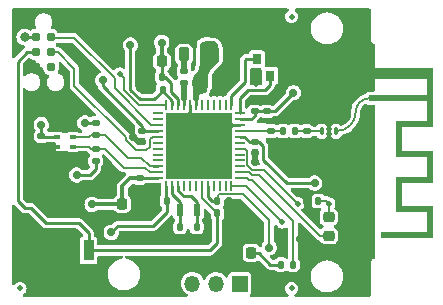
<source format=gbr>
%TF.GenerationSoftware,KiCad,Pcbnew,8.0.3*%
%TF.CreationDate,2024-07-13T07:38:14+02:00*%
%TF.ProjectId,BLESEN,424c4553-454e-42e6-9b69-6361645f7063,rev?*%
%TF.SameCoordinates,Original*%
%TF.FileFunction,Copper,L1,Top*%
%TF.FilePolarity,Positive*%
%FSLAX46Y46*%
G04 Gerber Fmt 4.6, Leading zero omitted, Abs format (unit mm)*
G04 Created by KiCad (PCBNEW 8.0.3) date 2024-07-13 07:38:14*
%MOMM*%
%LPD*%
G01*
G04 APERTURE LIST*
G04 Aperture macros list*
%AMRoundRect*
0 Rectangle with rounded corners*
0 $1 Rounding radius*
0 $2 $3 $4 $5 $6 $7 $8 $9 X,Y pos of 4 corners*
0 Add a 4 corners polygon primitive as box body*
4,1,4,$2,$3,$4,$5,$6,$7,$8,$9,$2,$3,0*
0 Add four circle primitives for the rounded corners*
1,1,$1+$1,$2,$3*
1,1,$1+$1,$4,$5*
1,1,$1+$1,$6,$7*
1,1,$1+$1,$8,$9*
0 Add four rect primitives between the rounded corners*
20,1,$1+$1,$2,$3,$4,$5,0*
20,1,$1+$1,$4,$5,$6,$7,0*
20,1,$1+$1,$6,$7,$8,$9,0*
20,1,$1+$1,$8,$9,$2,$3,0*%
G04 Aperture macros list end*
%TA.AperFunction,EtchedComponent*%
%ADD10C,0.000000*%
%TD*%
%TA.AperFunction,SMDPad,CuDef*%
%ADD11RoundRect,0.147500X0.172500X-0.147500X0.172500X0.147500X-0.172500X0.147500X-0.172500X-0.147500X0*%
%TD*%
%TA.AperFunction,SMDPad,CuDef*%
%ADD12R,0.900000X1.700000*%
%TD*%
%TA.AperFunction,SMDPad,CuDef*%
%ADD13RoundRect,0.140000X-0.140000X-0.170000X0.140000X-0.170000X0.140000X0.170000X-0.140000X0.170000X0*%
%TD*%
%TA.AperFunction,SMDPad,CuDef*%
%ADD14RoundRect,0.068750X0.068750X-0.281250X0.068750X0.281250X-0.068750X0.281250X-0.068750X-0.281250X0*%
%TD*%
%TA.AperFunction,SMDPad,CuDef*%
%ADD15RoundRect,0.061250X-0.163750X-0.061250X0.163750X-0.061250X0.163750X0.061250X-0.163750X0.061250X0*%
%TD*%
%TA.AperFunction,ComponentPad*%
%ADD16R,1.350000X1.350000*%
%TD*%
%TA.AperFunction,ComponentPad*%
%ADD17O,1.350000X1.350000*%
%TD*%
%TA.AperFunction,SMDPad,CuDef*%
%ADD18RoundRect,0.140000X-0.170000X0.140000X-0.170000X-0.140000X0.170000X-0.140000X0.170000X0.140000X0*%
%TD*%
%TA.AperFunction,SMDPad,CuDef*%
%ADD19RoundRect,0.135000X0.185000X-0.135000X0.185000X0.135000X-0.185000X0.135000X-0.185000X-0.135000X0*%
%TD*%
%TA.AperFunction,SMDPad,CuDef*%
%ADD20RoundRect,0.218750X0.256250X-0.218750X0.256250X0.218750X-0.256250X0.218750X-0.256250X-0.218750X0*%
%TD*%
%TA.AperFunction,SMDPad,CuDef*%
%ADD21RoundRect,0.225000X-0.225000X-0.250000X0.225000X-0.250000X0.225000X0.250000X-0.225000X0.250000X0*%
%TD*%
%TA.AperFunction,SMDPad,CuDef*%
%ADD22R,0.600000X1.100000*%
%TD*%
%TA.AperFunction,SMDPad,CuDef*%
%ADD23RoundRect,0.135000X-0.185000X0.135000X-0.185000X-0.135000X0.185000X-0.135000X0.185000X0.135000X0*%
%TD*%
%TA.AperFunction,SMDPad,CuDef*%
%ADD24RoundRect,0.225000X0.225000X0.250000X-0.225000X0.250000X-0.225000X-0.250000X0.225000X-0.250000X0*%
%TD*%
%TA.AperFunction,SMDPad,CuDef*%
%ADD25RoundRect,0.140000X0.170000X-0.140000X0.170000X0.140000X-0.170000X0.140000X-0.170000X-0.140000X0*%
%TD*%
%TA.AperFunction,SMDPad,CuDef*%
%ADD26R,0.500000X0.300000*%
%TD*%
%TA.AperFunction,SMDPad,CuDef*%
%ADD27RoundRect,0.135000X-0.135000X-0.185000X0.135000X-0.185000X0.135000X0.185000X-0.135000X0.185000X0*%
%TD*%
%TA.AperFunction,SMDPad,CuDef*%
%ADD28RoundRect,0.140000X0.140000X0.170000X-0.140000X0.170000X-0.140000X-0.170000X0.140000X-0.170000X0*%
%TD*%
%TA.AperFunction,SMDPad,CuDef*%
%ADD29RoundRect,0.218750X-0.218750X-0.381250X0.218750X-0.381250X0.218750X0.381250X-0.218750X0.381250X0*%
%TD*%
%TA.AperFunction,SMDPad,CuDef*%
%ADD30RoundRect,0.147500X-0.147500X-0.172500X0.147500X-0.172500X0.147500X0.172500X-0.147500X0.172500X0*%
%TD*%
%TA.AperFunction,SMDPad,CuDef*%
%ADD31RoundRect,0.218750X-0.218750X-0.256250X0.218750X-0.256250X0.218750X0.256250X-0.218750X0.256250X0*%
%TD*%
%TA.AperFunction,FiducialPad,Local*%
%ADD32C,0.500000*%
%TD*%
%TA.AperFunction,ConnectorPad*%
%ADD33R,0.500000X0.500000*%
%TD*%
%TA.AperFunction,ComponentPad*%
%ADD34R,0.500000X0.900000*%
%TD*%
%TA.AperFunction,SMDPad,CuDef*%
%ADD35C,0.500000*%
%TD*%
%TA.AperFunction,SMDPad,CuDef*%
%ADD36R,0.800000X0.900000*%
%TD*%
%TA.AperFunction,ConnectorPad*%
%ADD37C,0.787400*%
%TD*%
%TA.AperFunction,SMDPad,CuDef*%
%ADD38RoundRect,0.062500X0.062500X-0.375000X0.062500X0.375000X-0.062500X0.375000X-0.062500X-0.375000X0*%
%TD*%
%TA.AperFunction,SMDPad,CuDef*%
%ADD39RoundRect,0.062500X0.375000X-0.062500X0.375000X0.062500X-0.375000X0.062500X-0.375000X-0.062500X0*%
%TD*%
%TA.AperFunction,HeatsinkPad*%
%ADD40R,5.600000X5.600000*%
%TD*%
%TA.AperFunction,ViaPad*%
%ADD41C,0.700000*%
%TD*%
%TA.AperFunction,ViaPad*%
%ADD42C,0.800000*%
%TD*%
%TA.AperFunction,ViaPad*%
%ADD43C,0.500000*%
%TD*%
%TA.AperFunction,Conductor*%
%ADD44C,0.200000*%
%TD*%
%TA.AperFunction,Conductor*%
%ADD45C,0.250000*%
%TD*%
%TA.AperFunction,Conductor*%
%ADD46C,0.350000*%
%TD*%
%TA.AperFunction,Conductor*%
%ADD47C,0.150000*%
%TD*%
%TA.AperFunction,Conductor*%
%ADD48C,0.500000*%
%TD*%
%TA.AperFunction,Conductor*%
%ADD49C,0.156500*%
%TD*%
%TA.AperFunction,Conductor*%
%ADD50C,0.157000*%
%TD*%
G04 APERTURE END LIST*
D10*
%TA.AperFunction,EtchedComponent*%
%TO.C,AE1*%
G36*
X158813215Y-82350000D02*
G01*
X163970000Y-82350000D01*
X163970000Y-87350000D01*
X161330000Y-87350000D01*
X161330000Y-89350000D01*
X163970000Y-89350000D01*
X163970000Y-92050000D01*
X161330000Y-92050000D01*
X161330000Y-94050000D01*
X163970000Y-94050000D01*
X163970000Y-96750000D01*
X159530000Y-96750000D01*
X159530000Y-96250000D01*
X163470000Y-96250000D01*
X163470000Y-94550000D01*
X160830000Y-94550000D01*
X160830000Y-91550000D01*
X163470000Y-91550000D01*
X163470000Y-89850000D01*
X160830000Y-89850000D01*
X160830000Y-86850000D01*
X163470000Y-86850000D01*
X163470000Y-85150000D01*
X158570000Y-85150000D01*
X158570000Y-84650000D01*
X163470000Y-84650000D01*
X163470000Y-83250000D01*
X158570000Y-83250000D01*
X158570000Y-82774844D01*
X158673957Y-82774844D01*
X158674700Y-82823363D01*
X158687600Y-82868878D01*
X158698213Y-82887489D01*
X158733447Y-82921132D01*
X158778632Y-82941691D01*
X158828158Y-82948222D01*
X158876417Y-82939782D01*
X158908643Y-82922888D01*
X158941313Y-82887628D01*
X158961408Y-82842318D01*
X158967982Y-82792733D01*
X158960092Y-82744647D01*
X158943186Y-82711755D01*
X158906416Y-82676815D01*
X158861622Y-82657153D01*
X158813215Y-82652417D01*
X158765605Y-82662258D01*
X158723203Y-82686326D01*
X158690419Y-82724269D01*
X158686065Y-82732181D01*
X158673957Y-82774844D01*
X158570000Y-82774844D01*
X158570000Y-82350000D01*
X158813215Y-82350000D01*
G37*
%TD.AperFunction*%
%TD*%
D11*
%TO.P,L2,1,1*%
%TO.N,/SMPSX*%
X142890000Y-83615000D03*
%TO.P,L2,2,2*%
%TO.N,/SMPSXL*%
X142890000Y-82645000D03*
%TD*%
D12*
%TO.P,RST1,1*%
%TO.N,/NRST*%
X134800000Y-97800000D03*
%TO.P,RST1,2*%
%TO.N,GND*%
X131400000Y-97800000D03*
%TD*%
D13*
%TO.P,C3,1*%
%TO.N,+3.3V*%
X145710000Y-93610000D03*
%TO.P,C3,2*%
%TO.N,GND*%
X146670000Y-93610000D03*
%TD*%
D14*
%TO.P,FLT1,1,IN*%
%TO.N,/RF_FLT_IN*%
X154537500Y-87700000D03*
D15*
%TO.P,FLT1,2,GND*%
%TO.N,GND*%
X155150000Y-87472500D03*
D14*
%TO.P,FLT1,3,OUT*%
%TO.N,/RF_FLT_OUT*%
X155762500Y-87700000D03*
D15*
%TO.P,FLT1,4,GND*%
%TO.N,GND*%
X155150000Y-87927500D03*
%TD*%
D16*
%TO.P,J3,1,Pin_1*%
%TO.N,/UART_TX*%
X147600000Y-100600000D03*
D17*
%TO.P,J3,2,Pin_2*%
%TO.N,/UART_RX*%
X145600000Y-100600000D03*
%TO.P,J3,3,Pin_3*%
%TO.N,+3.3V*%
X143600000Y-100600000D03*
%TO.P,J3,4,Pin_4*%
%TO.N,GND*%
X141600000Y-100600000D03*
%TD*%
D18*
%TO.P,C4,1*%
%TO.N,+3.3V*%
X148863000Y-88614400D03*
%TO.P,C4,2*%
%TO.N,GND*%
X148863000Y-89574400D03*
%TD*%
D19*
%TO.P,R1,1*%
%TO.N,+3.3V*%
X135400000Y-90210000D03*
%TO.P,R1,2*%
%TO.N,SDA*%
X135400000Y-89190000D03*
%TD*%
D20*
%TO.P,Q1,1,C*%
%TO.N,PHOTO_V*%
X155150000Y-96537500D03*
%TO.P,Q1,2,E*%
%TO.N,PHOTO_OUT*%
X155150000Y-94962500D03*
%TD*%
D18*
%TO.P,C2,1*%
%TO.N,+3.3V*%
X139350000Y-87670000D03*
%TO.P,C2,2*%
%TO.N,GND*%
X139350000Y-88630000D03*
%TD*%
D21*
%TO.P,C16,1*%
%TO.N,/VFBSMPS*%
X144200000Y-83725000D03*
%TO.P,C16,2*%
%TO.N,GND*%
X145750000Y-83725000D03*
%TD*%
D22*
%TO.P,Y2,1,1*%
%TO.N,/OSC_LSE_IN*%
X142560000Y-94340000D03*
%TO.P,Y2,2,2*%
%TO.N,/OSC_LSE_OUT*%
X143960000Y-94340000D03*
%TD*%
D23*
%TO.P,R2,1*%
%TO.N,+3.3V*%
X135400000Y-86990000D03*
%TO.P,R2,2*%
%TO.N,SCL*%
X135400000Y-88010000D03*
%TD*%
D13*
%TO.P,C13,1*%
%TO.N,/NRST*%
X145710000Y-94660000D03*
%TO.P,C13,2*%
%TO.N,GND*%
X146670000Y-94660000D03*
%TD*%
D24*
%TO.P,C18,1*%
%TO.N,+3.3V*%
X141025000Y-81790000D03*
%TO.P,C18,2*%
%TO.N,GND*%
X139475000Y-81790000D03*
%TD*%
D13*
%TO.P,C15,1*%
%TO.N,/OSC_LSE_OUT*%
X143960000Y-95830000D03*
%TO.P,C15,2*%
%TO.N,GND*%
X144920000Y-95830000D03*
%TD*%
D18*
%TO.P,C8,1*%
%TO.N,/RF_ST_PIN*%
X150263000Y-87689400D03*
%TO.P,C8,2*%
%TO.N,GND*%
X150263000Y-88649400D03*
%TD*%
%TO.P,C12,1*%
%TO.N,+3.3V*%
X130800000Y-88120000D03*
%TO.P,C12,2*%
%TO.N,GND*%
X130800000Y-89080000D03*
%TD*%
D25*
%TO.P,C10,1*%
%TO.N,+3.3V*%
X148858018Y-86024400D03*
%TO.P,C10,2*%
%TO.N,GND*%
X148858018Y-85064400D03*
%TD*%
%TO.P,C11,1*%
%TO.N,+3.3V*%
X149869678Y-86024400D03*
%TO.P,C11,2*%
%TO.N,GND*%
X149869678Y-85064400D03*
%TD*%
D26*
%TO.P,U2,1,SDA*%
%TO.N,SDA*%
X133500000Y-89000000D03*
%TO.P,U2,2,SCL*%
%TO.N,SCL*%
X133500000Y-88200000D03*
%TO.P,U2,3,VDD*%
%TO.N,+3.3V*%
X132100000Y-88200000D03*
%TO.P,U2,4,VSS*%
%TO.N,GND*%
X132100000Y-89000000D03*
%TD*%
D18*
%TO.P,C1,1*%
%TO.N,+3.3V*%
X139150000Y-91670000D03*
%TO.P,C1,2*%
%TO.N,GND*%
X139150000Y-92630000D03*
%TD*%
D27*
%TO.P,R3,1*%
%TO.N,Net-(D1-A)*%
X151090000Y-99000000D03*
%TO.P,R3,2*%
%TO.N,LED*%
X152110000Y-99000000D03*
%TD*%
D28*
%TO.P,C7,1*%
%TO.N,+3.3V*%
X141080000Y-84190000D03*
%TO.P,C7,2*%
%TO.N,GND*%
X140120000Y-84190000D03*
%TD*%
D29*
%TO.P,L3,1,1*%
%TO.N,/SMPSXL*%
X142887500Y-81200000D03*
%TO.P,L3,2,2*%
%TO.N,/VFBSMPS*%
X145012500Y-81200000D03*
%TD*%
D30*
%TO.P,L1,1,1*%
%TO.N,/RF_ST_PIN*%
X151278000Y-87669400D03*
%TO.P,L1,2,2*%
%TO.N,/RF_FLT_IN*%
X152248000Y-87669400D03*
%TD*%
D27*
%TO.P,R4,1*%
%TO.N,GND*%
X153240000Y-93600000D03*
%TO.P,R4,2*%
%TO.N,PHOTO_OUT*%
X154260000Y-93600000D03*
%TD*%
D31*
%TO.P,D1,1,K*%
%TO.N,GND*%
X147012500Y-98000000D03*
%TO.P,D1,2,A*%
%TO.N,Net-(D1-A)*%
X148587500Y-98000000D03*
%TD*%
D32*
%TO.P,FID1,*%
%TO.N,*%
X152000000Y-101000000D03*
%TD*%
D21*
%TO.P,C6,1*%
%TO.N,+3.3V*%
X137663000Y-93869400D03*
%TO.P,C6,2*%
%TO.N,GND*%
X139213000Y-93869400D03*
%TD*%
D33*
%TO.P,AE1,1,A*%
%TO.N,/RF_FLT_OUT*%
X158820000Y-84900000D03*
D34*
%TO.P,AE1,2,Shield*%
%TO.N,GND*%
X158820000Y-82800000D03*
%TD*%
D35*
%TO.P,FID2,*%
%TO.N,*%
X129000000Y-101000000D03*
%TD*%
D28*
%TO.P,C14,1*%
%TO.N,/OSC_LSE_IN*%
X142560000Y-95830000D03*
%TO.P,C14,2*%
%TO.N,GND*%
X141600000Y-95830000D03*
%TD*%
D18*
%TO.P,C9,1*%
%TO.N,/RF_FLT_IN*%
X153263000Y-87689400D03*
%TO.P,C9,2*%
%TO.N,GND*%
X153263000Y-88649400D03*
%TD*%
D28*
%TO.P,C17,1*%
%TO.N,+3.3V*%
X141010000Y-83090000D03*
%TO.P,C17,2*%
%TO.N,GND*%
X140050000Y-83090000D03*
%TD*%
%TO.P,C5,1*%
%TO.N,+3.3V*%
X141405000Y-93602400D03*
%TO.P,C5,2*%
%TO.N,GND*%
X140445000Y-93602400D03*
%TD*%
D36*
%TO.P,Y1,1,1*%
%TO.N,/OSC_HSE_IN*%
X149050000Y-81600000D03*
%TO.P,Y1,2,2*%
%TO.N,GND*%
X149050000Y-83000000D03*
%TO.P,Y1,3,3*%
%TO.N,/OSC_HSE_OUT*%
X150150000Y-83000000D03*
%TO.P,Y1,4,4*%
%TO.N,GND*%
X150150000Y-81600000D03*
%TD*%
D37*
%TO.P,J1,1,VCC*%
%TO.N,+3.3V*%
X130365000Y-79730000D03*
%TO.P,J1,2,SWDIO*%
%TO.N,SWDIO*%
X131635000Y-79730000D03*
%TO.P,J1,3,~{RESET}*%
%TO.N,/NRST*%
X130365000Y-81000000D03*
%TO.P,J1,4,SWCLK*%
%TO.N,SWDCLK*%
X131635000Y-81000000D03*
%TO.P,J1,5,GND*%
%TO.N,GND*%
X130365000Y-82270000D03*
%TO.P,J1,6,SWO*%
%TO.N,unconnected-(J1-SWO-Pad6)*%
X131635000Y-82270000D03*
%TD*%
D38*
%TO.P,U1,1,VBAT*%
%TO.N,+3.3V*%
X141400000Y-92362500D03*
%TO.P,U1,2,RCC_OSC32_IN*%
%TO.N,/OSC_LSE_IN*%
X141900000Y-92362500D03*
%TO.P,U1,3,RCC_OSC32_OUT*%
%TO.N,/OSC_LSE_OUT*%
X142400000Y-92362500D03*
%TO.P,U1,4,PH3*%
%TO.N,unconnected-(U1-PH3-Pad4)*%
X142900000Y-92362500D03*
%TO.P,U1,5,PB8*%
%TO.N,unconnected-(U1-PB8-Pad5)*%
X143400000Y-92362500D03*
%TO.P,U1,6,PB9*%
%TO.N,unconnected-(U1-PB9-Pad6)*%
X143900000Y-92362500D03*
%TO.P,U1,7,NRST*%
%TO.N,/NRST*%
X144400000Y-92362500D03*
%TO.P,U1,8,VDDA*%
%TO.N,+3.3V*%
X144900000Y-92362500D03*
%TO.P,U1,9,PA0*%
%TO.N,unconnected-(U1-PA0-Pad9)*%
X145400000Y-92362500D03*
%TO.P,U1,10,PA1*%
%TO.N,unconnected-(U1-PA1-Pad10)*%
X145900000Y-92362500D03*
%TO.P,U1,11,PA2*%
%TO.N,unconnected-(U1-PA2-Pad11)*%
X146400000Y-92362500D03*
%TO.P,U1,12,ADC1_IN8*%
%TO.N,PHOTO_OUT*%
X146900000Y-92362500D03*
D39*
%TO.P,U1,13,PA4*%
%TO.N,LED*%
X147587500Y-91675000D03*
%TO.P,U1,14,PA5*%
%TO.N,PHOTO_V*%
X147587500Y-91175000D03*
%TO.P,U1,15,PA6*%
%TO.N,unconnected-(U1-PA6-Pad15)*%
X147587500Y-90675000D03*
%TO.P,U1,16,PA7*%
%TO.N,unconnected-(U1-PA7-Pad16)*%
X147587500Y-90175000D03*
%TO.P,U1,17,PA8*%
%TO.N,unconnected-(U1-PA8-Pad17)*%
X147587500Y-89675000D03*
%TO.P,U1,18,USART1_TX*%
%TO.N,/UART_TX*%
X147587500Y-89175000D03*
%TO.P,U1,19,PB2*%
%TO.N,unconnected-(U1-PB2-Pad19)*%
X147587500Y-88675000D03*
%TO.P,U1,20,VDD*%
%TO.N,+3.3V*%
X147587500Y-88175000D03*
%TO.P,U1,21,RF1*%
%TO.N,/RF_ST_PIN*%
X147587500Y-87675000D03*
%TO.P,U1,22,VSSRF*%
%TO.N,GND*%
X147587500Y-87175000D03*
%TO.P,U1,23,VDDRF*%
%TO.N,+3.3V*%
X147587500Y-86675000D03*
%TO.P,U1,24,OSC_OUT*%
%TO.N,/OSC_HSE_OUT*%
X147587500Y-86175000D03*
D38*
%TO.P,U1,25,OSC_IN*%
%TO.N,/OSC_HSE_IN*%
X146900000Y-85487500D03*
%TO.P,U1,26,AT0*%
%TO.N,unconnected-(U1-AT0-Pad26)*%
X146400000Y-85487500D03*
%TO.P,U1,27,AT1*%
%TO.N,unconnected-(U1-AT1-Pad27)*%
X145900000Y-85487500D03*
%TO.P,U1,28,PB0*%
%TO.N,unconnected-(U1-PB0-Pad28)*%
X145400000Y-85487500D03*
%TO.P,U1,29,PB1*%
%TO.N,unconnected-(U1-PB1-Pad29)*%
X144900000Y-85487500D03*
%TO.P,U1,30,PE4*%
%TO.N,unconnected-(U1-PE4-Pad30)*%
X144400000Y-85487500D03*
%TO.P,U1,31,VFBSMPS*%
%TO.N,/VFBSMPS*%
X143900000Y-85487500D03*
%TO.P,U1,32,VSSSMPS*%
%TO.N,GND*%
X143400000Y-85487500D03*
%TO.P,U1,33,VLXSMPS*%
%TO.N,/SMPSX*%
X142900000Y-85487500D03*
%TO.P,U1,34,VDDSMPS*%
%TO.N,+3.3V*%
X142400000Y-85487500D03*
%TO.P,U1,35,VDD*%
X141900000Y-85487500D03*
%TO.P,U1,36,USART1_RX*%
%TO.N,/UART_RX*%
X141400000Y-85487500D03*
D39*
%TO.P,U1,37,PA11*%
%TO.N,unconnected-(U1-PA11-Pad37)*%
X140712500Y-86175000D03*
%TO.P,U1,38,PA12*%
%TO.N,unconnected-(U1-PA12-Pad38)*%
X140712500Y-86675000D03*
%TO.P,U1,39,SYS_JTMS-SWDIO*%
%TO.N,SWDIO*%
X140712500Y-87175000D03*
%TO.P,U1,40,VDDUSB*%
%TO.N,+3.3V*%
X140712500Y-87675000D03*
%TO.P,U1,41,SYS_JTCK-SWCLK*%
%TO.N,SWDCLK*%
X140712500Y-88175000D03*
%TO.P,U1,42,PA15*%
%TO.N,unconnected-(U1-PA15-Pad42)*%
X140712500Y-88675000D03*
%TO.P,U1,43,PB3*%
%TO.N,unconnected-(U1-PB3-Pad43)*%
X140712500Y-89175000D03*
%TO.P,U1,44,PB4*%
%TO.N,unconnected-(U1-PB4-Pad44)*%
X140712500Y-89675000D03*
%TO.P,U1,45,PB5*%
%TO.N,unconnected-(U1-PB5-Pad45)*%
X140712500Y-90175000D03*
%TO.P,U1,46,I2C1_SCL*%
%TO.N,SCL*%
X140712500Y-90675000D03*
%TO.P,U1,47,I2C1_SDA*%
%TO.N,SDA*%
X140712500Y-91175000D03*
%TO.P,U1,48,VDD*%
%TO.N,+3.3V*%
X140712500Y-91675000D03*
D40*
%TO.P,U1,49,VSS*%
%TO.N,GND*%
X144150000Y-88925000D03*
%TD*%
D35*
%TO.P,FID3,*%
%TO.N,*%
X152000000Y-78000000D03*
%TD*%
D41*
%TO.N,+3.3V*%
X141000000Y-80200000D03*
X134500000Y-87000000D03*
X133800000Y-91400000D03*
X136000000Y-83400000D03*
X135100000Y-93900000D03*
X152150000Y-84450000D03*
X153950000Y-92100000D03*
X138350000Y-80400000D03*
X136725000Y-96275000D03*
X130800000Y-87150000D03*
D42*
X129400000Y-79730000D03*
D41*
X150100000Y-97550000D03*
%TO.N,GND*%
X148875000Y-90325000D03*
D43*
X145200000Y-89800000D03*
D41*
X140160000Y-96600000D03*
X158000000Y-79000000D03*
D43*
X141963000Y-86719400D03*
X145200000Y-87600000D03*
D41*
X129400000Y-96000000D03*
X135600000Y-91800000D03*
X130200000Y-93000000D03*
D43*
X146413000Y-91169400D03*
D41*
X158000000Y-93000000D03*
X146800000Y-99200000D03*
X149375000Y-100500000D03*
D43*
X148975000Y-83675000D03*
D41*
X158000000Y-81000000D03*
X158300000Y-86075000D03*
X158000000Y-78000000D03*
X158000000Y-83000000D03*
X131000000Y-101000000D03*
X134600000Y-82600000D03*
D43*
X143200000Y-89800000D03*
D41*
X155500000Y-83650000D03*
X152700000Y-96800000D03*
X129800000Y-85600000D03*
X132775000Y-96900000D03*
X129800000Y-88400000D03*
X158000000Y-89000000D03*
X142000000Y-99000000D03*
X158000000Y-101000000D03*
X144400000Y-96750000D03*
X139200000Y-84050000D03*
X139200000Y-83100000D03*
X139250000Y-94750000D03*
X139800000Y-99600000D03*
X153250000Y-98650000D03*
D43*
X152950000Y-81425000D03*
D41*
X138550000Y-88180000D03*
X148600000Y-96400000D03*
X158000000Y-99000000D03*
X135000000Y-101000000D03*
X140400000Y-79000000D03*
D43*
X146363000Y-88869400D03*
D41*
X135200000Y-78000000D03*
X158000000Y-91000000D03*
X153820000Y-85920000D03*
D43*
X149400000Y-86750000D03*
D41*
X158000000Y-94000000D03*
X136200000Y-85400000D03*
X133000000Y-78000000D03*
X158000000Y-87000000D03*
X138800000Y-78000000D03*
X153000000Y-79100000D03*
X132375000Y-94050000D03*
X150175000Y-80025000D03*
X157000000Y-101000000D03*
D43*
X146313000Y-86719400D03*
D41*
X158000000Y-98000000D03*
X142000000Y-78000000D03*
X154875000Y-98175000D03*
X158000000Y-100000000D03*
X151200000Y-97200000D03*
X158000000Y-84000000D03*
X136000000Y-80200000D03*
D43*
X144063000Y-91119400D03*
D41*
X158000000Y-82000000D03*
D43*
X152875000Y-92875000D03*
D41*
X148125000Y-78575000D03*
X153000000Y-83000000D03*
X144400000Y-98600000D03*
X146550000Y-80100000D03*
D43*
X153575000Y-94500000D03*
D41*
X147940000Y-95090000D03*
X158000000Y-92000000D03*
X158000000Y-95000000D03*
X129800000Y-90600000D03*
D43*
X141913000Y-88919400D03*
D41*
X157000000Y-78000000D03*
X153450000Y-90050000D03*
X158000000Y-90000000D03*
X158000000Y-88000000D03*
X129400000Y-99200000D03*
D43*
X141963000Y-91169400D03*
D41*
X158000000Y-80000000D03*
X145000000Y-78000000D03*
D43*
X144113000Y-86719400D03*
D41*
X158000000Y-97000000D03*
X155025000Y-81800000D03*
D43*
X143200000Y-87600000D03*
D41*
X129000000Y-78000000D03*
X146925000Y-82325000D03*
X137000000Y-79000000D03*
X158000000Y-96000000D03*
X152000000Y-91000000D03*
X151000000Y-78000000D03*
X140413000Y-94569400D03*
D43*
X150800000Y-84500000D03*
X151600000Y-83400000D03*
X156425000Y-80725000D03*
%TO.N,/UART_TX*%
X152525000Y-93825000D03*
%TO.N,/UART_RX*%
X137450000Y-82850000D03*
%TO.N,PHOTO_OUT*%
X155150000Y-93850000D03*
X151200000Y-95400000D03*
%TD*%
D44*
%TO.N,LED*%
X152110000Y-95310000D02*
X152110000Y-99000000D01*
X147587500Y-91675000D02*
X148250000Y-91675000D01*
X148250000Y-91675000D02*
X148375000Y-91800000D01*
X148375000Y-91800000D02*
X148600000Y-91800000D01*
X148600000Y-91800000D02*
X152110000Y-95310000D01*
D45*
%TO.N,Net-(D1-A)*%
X151090000Y-99000000D02*
X150200000Y-99000000D01*
X150200000Y-99000000D02*
X149200000Y-98000000D01*
X149200000Y-98000000D02*
X148587500Y-98000000D01*
D46*
%TO.N,+3.3V*%
X139150000Y-91670000D02*
X138330000Y-91670000D01*
X138330000Y-91670000D02*
X137663000Y-92337000D01*
D45*
X141400000Y-93581200D02*
X141421200Y-93602400D01*
X141800000Y-84400000D02*
X141800000Y-83650000D01*
D46*
X141000000Y-81765000D02*
X141025000Y-81790000D01*
D45*
X134900000Y-91400000D02*
X135400000Y-90900000D01*
X130880000Y-88200000D02*
X130800000Y-88120000D01*
X149600000Y-90100000D02*
X149600000Y-88950000D01*
X135310000Y-87000000D02*
X135400000Y-87090000D01*
D47*
X145710000Y-93610000D02*
X145740000Y-93610000D01*
D45*
X141010000Y-83090000D02*
X141010000Y-81805000D01*
X139350000Y-87250000D02*
X139350000Y-87670000D01*
X140707500Y-87670000D02*
X140712500Y-87675000D01*
X148000000Y-88175000D02*
X148439400Y-88614400D01*
X148439400Y-88614400D02*
X148863000Y-88614400D01*
D44*
X150100000Y-95250000D02*
X147900000Y-93050000D01*
X145875000Y-93050000D02*
X145740000Y-93185000D01*
D47*
X145710000Y-93610000D02*
X145710000Y-93590000D01*
D45*
X145260000Y-93610000D02*
X145710000Y-93610000D01*
X136000000Y-83900000D02*
X139350000Y-87250000D01*
X144900000Y-92362500D02*
X144900000Y-93250000D01*
X140375000Y-85000000D02*
X139150000Y-85000000D01*
X141400000Y-92362500D02*
X141400000Y-93581200D01*
X139150000Y-85000000D02*
X138350000Y-84200000D01*
X147587500Y-86675000D02*
X148575000Y-86675000D01*
X137300000Y-95700000D02*
X140300000Y-95700000D01*
X152150000Y-84450000D02*
X150575600Y-86024400D01*
X153950000Y-92100000D02*
X151600000Y-92100000D01*
X136000000Y-83400000D02*
X136000000Y-83900000D01*
X139350000Y-87670000D02*
X140707500Y-87670000D01*
X133800000Y-91400000D02*
X134900000Y-91400000D01*
X132100000Y-88200000D02*
X130880000Y-88200000D01*
X148858018Y-86024400D02*
X149888000Y-86024400D01*
D46*
X141000000Y-80200000D02*
X141000000Y-81765000D01*
D45*
X151600000Y-92100000D02*
X149600000Y-90100000D01*
D46*
X135100000Y-93900000D02*
X137632400Y-93900000D01*
D45*
X137738000Y-93794400D02*
X137663000Y-93869400D01*
X149264400Y-88614400D02*
X148863000Y-88614400D01*
D46*
X137632400Y-93900000D02*
X137663000Y-93869400D01*
D45*
X139155000Y-91675000D02*
X139150000Y-91670000D01*
D46*
X137663000Y-92337000D02*
X137663000Y-93869400D01*
D45*
X141900000Y-85487500D02*
X141900000Y-85103498D01*
D44*
X150100000Y-97550000D02*
X150100000Y-95250000D01*
D45*
X130800000Y-87150000D02*
X130800000Y-88120000D01*
X141080000Y-84295000D02*
X140375000Y-85000000D01*
X140712500Y-91675000D02*
X139155000Y-91675000D01*
D44*
X147900000Y-93050000D02*
X145875000Y-93050000D01*
D47*
X145710000Y-93610000D02*
X145710000Y-93555000D01*
D45*
X135400000Y-90900000D02*
X135400000Y-90310000D01*
X141240000Y-83090000D02*
X141010000Y-83090000D01*
X141900000Y-85103498D02*
X141080000Y-84283498D01*
X134500000Y-87000000D02*
X135310000Y-87000000D01*
X149600000Y-88950000D02*
X149264400Y-88614400D01*
X148575000Y-86675000D02*
X148858018Y-86391982D01*
X147587500Y-88175000D02*
X148000000Y-88175000D01*
X129400000Y-79730000D02*
X130365000Y-79730000D01*
X141800000Y-83650000D02*
X141240000Y-83090000D01*
X141080000Y-84283498D02*
X141080000Y-84190000D01*
X148858018Y-86391982D02*
X148858018Y-86024400D01*
X142400000Y-85000000D02*
X141800000Y-84400000D01*
X141080000Y-84190000D02*
X141080000Y-84295000D01*
X142400000Y-85487500D02*
X142400000Y-85000000D01*
X141421200Y-94578800D02*
X141421200Y-93602400D01*
X150575600Y-86024400D02*
X149869678Y-86024400D01*
X136725000Y-96275000D02*
X137300000Y-95700000D01*
X138350000Y-84200000D02*
X138350000Y-80500000D01*
X144900000Y-93250000D02*
X145260000Y-93610000D01*
D44*
X145740000Y-93185000D02*
X145740000Y-93610000D01*
D45*
X140300000Y-95700000D02*
X141421200Y-94578800D01*
X137663000Y-93869400D02*
G75*
G03*
X137800000Y-93732400I0J137000D01*
G01*
X141010000Y-81805000D02*
G75*
G02*
X141025000Y-81790000I15000J0D01*
G01*
%TO.N,GND*%
X139214000Y-93843400D02*
X139227000Y-93856400D01*
X139000000Y-88630000D02*
X139350000Y-88630000D01*
D48*
X148975000Y-83075000D02*
X149050000Y-83000000D01*
D45*
X147587500Y-87175000D02*
X145900000Y-87175000D01*
X138550000Y-88180000D02*
X139000000Y-88630000D01*
X143400000Y-85487500D02*
X143400000Y-88175000D01*
X149050000Y-83000000D02*
X149050000Y-82800000D01*
D48*
X148975000Y-83675000D02*
X148975000Y-83075000D01*
D45*
X150150000Y-81854000D02*
X150150000Y-81600000D01*
X143400000Y-88175000D02*
X144150000Y-88925000D01*
X145900000Y-87175000D02*
G75*
G03*
X144150000Y-88925000I0J-1750000D01*
G01*
D49*
%TO.N,/RF_FLT_OUT*%
X155782500Y-87680000D02*
X155762500Y-87700000D01*
X155820000Y-87680000D02*
X155782500Y-87680000D01*
X158820000Y-84900000D02*
X158600000Y-84900000D01*
X157425000Y-86075000D02*
G75*
G02*
X155820000Y-87680000I-1605000J0D01*
G01*
X158600000Y-84900000D02*
G75*
G03*
X157425000Y-86075000I0J-1175000D01*
G01*
D45*
%TO.N,/NRST*%
X145050000Y-97800000D02*
X134800000Y-97800000D01*
X145710000Y-97140000D02*
X145050000Y-97800000D01*
D44*
X145710000Y-94660000D02*
X145750000Y-94700000D01*
D45*
X129900000Y-94200000D02*
X129400000Y-94200000D01*
X129600000Y-81000000D02*
X130365000Y-81000000D01*
X128800000Y-81800000D02*
X129600000Y-81000000D01*
X131200000Y-95500000D02*
X129900000Y-94200000D01*
D44*
X144400000Y-92362500D02*
X144400000Y-93350000D01*
D45*
X134800000Y-97800000D02*
X134800000Y-96300000D01*
X145710000Y-94660000D02*
X145710000Y-97140000D01*
X129400000Y-94200000D02*
X128800000Y-93600000D01*
D44*
X144400000Y-93350000D02*
X145710000Y-94660000D01*
D45*
X134000000Y-95500000D02*
X131200000Y-95500000D01*
X134800000Y-96300000D02*
X134000000Y-95500000D01*
X128800000Y-93600000D02*
X128800000Y-81800000D01*
D44*
%TO.N,SWDIO*%
X137000000Y-84050000D02*
X137000000Y-83200000D01*
X140712500Y-87175000D02*
X140125000Y-87175000D01*
X133600000Y-79800000D02*
X131705000Y-79800000D01*
X140125000Y-87175000D02*
X137000000Y-84050000D01*
X137000000Y-83200000D02*
X133600000Y-79800000D01*
X131705000Y-79800000D02*
X131635000Y-79730000D01*
D47*
%TO.N,/UART_TX*%
X148024999Y-89175000D02*
X147587500Y-89175000D01*
X149675000Y-90975000D02*
X148625000Y-90975000D01*
X148227000Y-89377001D02*
X148024999Y-89175000D01*
X148227000Y-90577000D02*
X148227000Y-89377001D01*
X148625000Y-90975000D02*
X148227000Y-90577000D01*
X152525000Y-93825000D02*
X149675000Y-90975000D01*
%TO.N,/UART_RX*%
X137450000Y-82850000D02*
X137800000Y-83200000D01*
X137800000Y-84225000D02*
X139062500Y-85487500D01*
X139062500Y-85487500D02*
X141400000Y-85487500D01*
X137800000Y-83200000D02*
X137800000Y-84225000D01*
D49*
%TO.N,/RF_ST_PIN*%
X147587500Y-87675000D02*
X150248600Y-87675000D01*
X151258000Y-87689400D02*
X151278000Y-87669400D01*
X150263000Y-87689400D02*
X151258000Y-87689400D01*
X150248600Y-87675000D02*
X150263000Y-87689400D01*
%TO.N,/RF_FLT_IN*%
X153263000Y-87689400D02*
X154396900Y-87689400D01*
X153243000Y-87669400D02*
X153263000Y-87689400D01*
X152248000Y-87669400D02*
X153243000Y-87669400D01*
D45*
%TO.N,/OSC_LSE_IN*%
X141900000Y-93020000D02*
X141900000Y-92362500D01*
X142560000Y-95830000D02*
X142560000Y-94340000D01*
X142560000Y-93680000D02*
X141900000Y-93020000D01*
X142560000Y-94340000D02*
X142560000Y-93680000D01*
%TO.N,/OSC_LSE_OUT*%
X142850000Y-93200000D02*
X143475000Y-93200000D01*
X143960000Y-93685000D02*
X143960000Y-94340000D01*
X142400000Y-92750000D02*
X142850000Y-93200000D01*
X142400000Y-92362500D02*
X142400000Y-92750000D01*
X143475000Y-93200000D02*
X143960000Y-93685000D01*
X143960000Y-95830000D02*
X143960000Y-94340000D01*
D50*
%TO.N,SDA*%
X135490000Y-89200000D02*
X135400000Y-89290000D01*
X135000000Y-89200000D02*
X134810000Y-89010000D01*
X137800000Y-90800000D02*
X136200000Y-89200000D01*
X140712500Y-91175000D02*
X139975000Y-91175000D01*
X136200000Y-89200000D02*
X135490000Y-89200000D01*
X134810000Y-89010000D02*
X133490000Y-89010000D01*
X135390000Y-89200000D02*
X135000000Y-89200000D01*
X139600000Y-90800000D02*
X137800000Y-90800000D01*
X139975000Y-91175000D02*
X139600000Y-90800000D01*
%TO.N,SCL*%
X140225000Y-90675000D02*
X139975000Y-90675000D01*
X134820000Y-88200000D02*
X133500000Y-88200000D01*
X135400000Y-88010000D02*
X135010000Y-88010000D01*
X136225000Y-88010000D02*
X135400000Y-88010000D01*
D45*
X140712500Y-90675000D02*
X140225000Y-90675000D01*
D50*
X139250000Y-89950000D02*
X138165000Y-89950000D01*
X139975000Y-90675000D02*
X139250000Y-89950000D01*
X135010000Y-88010000D02*
X134820000Y-88200000D01*
X138165000Y-89950000D02*
X136225000Y-88010000D01*
D44*
%TO.N,SWDCLK*%
X139700000Y-89300000D02*
X138853998Y-89300000D01*
X133600000Y-83850000D02*
X133600000Y-82400000D01*
X140225000Y-88175000D02*
X140000000Y-88400000D01*
X140712500Y-88175000D02*
X140225000Y-88175000D01*
X138853998Y-89300000D02*
X137973000Y-88419002D01*
X137973000Y-88419002D02*
X137973000Y-88223000D01*
X140000000Y-88400000D02*
X140000000Y-89000000D01*
X133600000Y-82400000D02*
X132200000Y-81000000D01*
X137973000Y-88223000D02*
X133600000Y-83850000D01*
X132200000Y-81000000D02*
X131635000Y-81000000D01*
X140000000Y-89000000D02*
X139700000Y-89300000D01*
D45*
%TO.N,/OSC_HSE_OUT*%
X147600000Y-84925000D02*
X148300000Y-84225000D01*
X147600000Y-86162500D02*
X147600000Y-84925000D01*
X150150000Y-83825000D02*
X150150000Y-83000000D01*
X148300000Y-84225000D02*
X149750000Y-84225000D01*
X147587500Y-86175000D02*
X147600000Y-86162500D01*
X149750000Y-84225000D02*
X150150000Y-83825000D01*
%TO.N,/OSC_HSE_IN*%
X148025000Y-83575000D02*
X148025000Y-81675000D01*
X148100000Y-81600000D02*
X148025000Y-81675000D01*
X149050000Y-81600000D02*
X148100000Y-81600000D01*
X146900000Y-85487500D02*
X146900000Y-84700000D01*
X146900000Y-84700000D02*
X148025000Y-83575000D01*
D48*
%TO.N,/VFBSMPS*%
X143900000Y-84950000D02*
X143900000Y-84675000D01*
D45*
X143900000Y-84950000D02*
X143900000Y-85487500D01*
D48*
%TO.N,/SMPSX*%
X142900000Y-83625000D02*
X142890000Y-83615000D01*
D45*
X142900000Y-85487500D02*
X142900000Y-84950000D01*
D48*
X142900000Y-84950000D02*
X142900000Y-83625000D01*
%TO.N,/SMPSXL*%
X142890000Y-81227500D02*
X142862500Y-81200000D01*
X142890000Y-82342500D02*
X142890000Y-81227500D01*
D44*
%TO.N,LED*%
X147587500Y-91675000D02*
X147885000Y-91675000D01*
%TO.N,PHOTO_OUT*%
X154900000Y-93600000D02*
X154260000Y-93600000D01*
X155150000Y-93850000D02*
X154900000Y-93600000D01*
X151200000Y-95400000D02*
X148162500Y-92362500D01*
X148162500Y-92362500D02*
X146900000Y-92362500D01*
X155150000Y-93850000D02*
X155150000Y-94962500D01*
%TO.N,PHOTO_V*%
X149225000Y-91400000D02*
X154362500Y-96537500D01*
X147587500Y-91175000D02*
X148375000Y-91175000D01*
X148600000Y-91400000D02*
X149225000Y-91400000D01*
X148375000Y-91175000D02*
X148600000Y-91400000D01*
X154362500Y-96537500D02*
X155150000Y-96537500D01*
%TD*%
%TA.AperFunction,Conductor*%
%TO.N,GND*%
G36*
X151709058Y-77320185D02*
G01*
X151754813Y-77372989D01*
X151764757Y-77442147D01*
X151735732Y-77505703D01*
X151717510Y-77522871D01*
X151607379Y-77607379D01*
X151519137Y-77722377D01*
X151463671Y-77856287D01*
X151463670Y-77856291D01*
X151444750Y-77999999D01*
X151444750Y-78000000D01*
X151463670Y-78143708D01*
X151463671Y-78143712D01*
X151519137Y-78277622D01*
X151519138Y-78277624D01*
X151519139Y-78277625D01*
X151607379Y-78392621D01*
X151722375Y-78480861D01*
X151856291Y-78536330D01*
X151983280Y-78553048D01*
X151999999Y-78555250D01*
X152000000Y-78555250D01*
X152000001Y-78555250D01*
X152014977Y-78553278D01*
X152143709Y-78536330D01*
X152277625Y-78480861D01*
X152392621Y-78392621D01*
X152480861Y-78277625D01*
X152536330Y-78143709D01*
X152555250Y-78000000D01*
X152536330Y-77856291D01*
X152480861Y-77722375D01*
X152392621Y-77607379D01*
X152282492Y-77522874D01*
X152241292Y-77466448D01*
X152237137Y-77396702D01*
X152271350Y-77335781D01*
X152333067Y-77303029D01*
X152357981Y-77300500D01*
X158575500Y-77300500D01*
X158642539Y-77320185D01*
X158688294Y-77372989D01*
X158699500Y-77424500D01*
X158699500Y-78960438D01*
X158699500Y-80039562D01*
X158700470Y-80043181D01*
X158719979Y-80115990D01*
X158719982Y-80115995D01*
X158759535Y-80184504D01*
X158759539Y-80184509D01*
X158759540Y-80184511D01*
X158815489Y-80240460D01*
X158815491Y-80240461D01*
X158815495Y-80240464D01*
X158846257Y-80258224D01*
X158884011Y-80280021D01*
X158960438Y-80300500D01*
X158960441Y-80300500D01*
X158962185Y-80300730D01*
X158963547Y-80301332D01*
X158968288Y-80302603D01*
X158968089Y-80303342D01*
X159026082Y-80328997D01*
X159064553Y-80387321D01*
X159070000Y-80423669D01*
X159070000Y-84225500D01*
X159050315Y-84292539D01*
X158997511Y-84338294D01*
X158946000Y-84349500D01*
X158525143Y-84349500D01*
X158525117Y-84349502D01*
X158500012Y-84352413D01*
X158500008Y-84352415D01*
X158397235Y-84397793D01*
X158317796Y-84477232D01*
X158317790Y-84477242D01*
X158309958Y-84494979D01*
X158264872Y-84548355D01*
X158231460Y-84563868D01*
X158055627Y-84615497D01*
X157853476Y-84707816D01*
X157853460Y-84707825D01*
X157709868Y-84800107D01*
X157666494Y-84827982D01*
X157625662Y-84863362D01*
X157498525Y-84973525D01*
X157421260Y-85062696D01*
X157352982Y-85141494D01*
X157352980Y-85141496D01*
X157352980Y-85141497D01*
X157352978Y-85141500D01*
X157232825Y-85328460D01*
X157232816Y-85328476D01*
X157140497Y-85530627D01*
X157077881Y-85743877D01*
X157077878Y-85743887D01*
X157046250Y-85963875D01*
X157046250Y-86070124D01*
X157045868Y-86079853D01*
X157031918Y-86257100D01*
X157028874Y-86276318D01*
X156988511Y-86444442D01*
X156982498Y-86462948D01*
X156916330Y-86622691D01*
X156907496Y-86640028D01*
X156817154Y-86787453D01*
X156805717Y-86803194D01*
X156693422Y-86934675D01*
X156679675Y-86948422D01*
X156558708Y-87051738D01*
X156548194Y-87060718D01*
X156532453Y-87072154D01*
X156385028Y-87162496D01*
X156367691Y-87171330D01*
X156259216Y-87216262D01*
X156189747Y-87223731D01*
X156127267Y-87192456D01*
X156124082Y-87189382D01*
X156048782Y-87114082D01*
X155938068Y-87059957D01*
X155927813Y-87058463D01*
X155866295Y-87049500D01*
X155866289Y-87049500D01*
X155658706Y-87049500D01*
X155586932Y-87059957D01*
X155476217Y-87114082D01*
X155389082Y-87201217D01*
X155337458Y-87306818D01*
X155334957Y-87311933D01*
X155324500Y-87383705D01*
X155324500Y-87383709D01*
X155324500Y-87383710D01*
X155324500Y-88016293D01*
X155334957Y-88088067D01*
X155389082Y-88198782D01*
X155476217Y-88285917D01*
X155476218Y-88285917D01*
X155476220Y-88285919D01*
X155586933Y-88340043D01*
X155658705Y-88350500D01*
X155866294Y-88350499D01*
X155938067Y-88340043D01*
X156048780Y-88285919D01*
X156135919Y-88198780D01*
X156190043Y-88088067D01*
X156190043Y-88088066D01*
X156194272Y-88079416D01*
X156195855Y-88080190D01*
X156228118Y-88031502D01*
X156275903Y-88006569D01*
X156459024Y-87957503D01*
X156699273Y-87857988D01*
X156924477Y-87727967D01*
X157130783Y-87569662D01*
X157130787Y-87569657D01*
X157130792Y-87569654D01*
X157314654Y-87385792D01*
X157314657Y-87385787D01*
X157314662Y-87385783D01*
X157472967Y-87179477D01*
X157602988Y-86954273D01*
X157702503Y-86714024D01*
X157769807Y-86462841D01*
X157803750Y-86205022D01*
X157803750Y-86081092D01*
X157804347Y-86068938D01*
X157808974Y-86021962D01*
X157817853Y-85931805D01*
X157822592Y-85907981D01*
X157860818Y-85781965D01*
X157870116Y-85759520D01*
X157932188Y-85643391D01*
X157945684Y-85623192D01*
X158029222Y-85521401D01*
X158046401Y-85504222D01*
X158148192Y-85420684D01*
X158168384Y-85407192D01*
X158239668Y-85369090D01*
X158308067Y-85354850D01*
X158373311Y-85379850D01*
X158385798Y-85390769D01*
X158397235Y-85402206D01*
X158500009Y-85447585D01*
X158525135Y-85450500D01*
X158946000Y-85450499D01*
X159013039Y-85470183D01*
X159058794Y-85522987D01*
X159070000Y-85574499D01*
X159070000Y-98376330D01*
X159050315Y-98443369D01*
X158997511Y-98489124D01*
X158962198Y-98499268D01*
X158960442Y-98499499D01*
X158884009Y-98519979D01*
X158884004Y-98519982D01*
X158815495Y-98559535D01*
X158815487Y-98559541D01*
X158759541Y-98615487D01*
X158759535Y-98615495D01*
X158719982Y-98684004D01*
X158719979Y-98684009D01*
X158717066Y-98694882D01*
X158703708Y-98744736D01*
X158699500Y-98760439D01*
X158699500Y-101575500D01*
X158679815Y-101642539D01*
X158627011Y-101688294D01*
X158575500Y-101699500D01*
X152357981Y-101699500D01*
X152290942Y-101679815D01*
X152245187Y-101627011D01*
X152235243Y-101557853D01*
X152264268Y-101494297D01*
X152282489Y-101477128D01*
X152392621Y-101392621D01*
X152480861Y-101277625D01*
X152536330Y-101143709D01*
X152555250Y-101000000D01*
X152536330Y-100856291D01*
X152480861Y-100722375D01*
X152392621Y-100607379D01*
X152277625Y-100519139D01*
X152277624Y-100519138D01*
X152277622Y-100519137D01*
X152143712Y-100463671D01*
X152143710Y-100463670D01*
X152143709Y-100463670D01*
X152071854Y-100454210D01*
X152000001Y-100444750D01*
X151999999Y-100444750D01*
X151856291Y-100463670D01*
X151856287Y-100463671D01*
X151722377Y-100519137D01*
X151607379Y-100607379D01*
X151519137Y-100722377D01*
X151463671Y-100856287D01*
X151463670Y-100856291D01*
X151444750Y-100999999D01*
X151444750Y-101000000D01*
X151463670Y-101143708D01*
X151463671Y-101143712D01*
X151519137Y-101277622D01*
X151519138Y-101277624D01*
X151519139Y-101277625D01*
X151607379Y-101392621D01*
X151717507Y-101477125D01*
X151758708Y-101533552D01*
X151762863Y-101603298D01*
X151728650Y-101664219D01*
X151666933Y-101696971D01*
X151642019Y-101699500D01*
X148574833Y-101699500D01*
X148507794Y-101679815D01*
X148462039Y-101627011D01*
X148452095Y-101557853D01*
X148481120Y-101494297D01*
X148487152Y-101487819D01*
X148497847Y-101477124D01*
X148527206Y-101447765D01*
X148572585Y-101344991D01*
X148575500Y-101319865D01*
X148575499Y-99893399D01*
X153645500Y-99893399D01*
X153645500Y-100106600D01*
X153678853Y-100317180D01*
X153678853Y-100317183D01*
X153744734Y-100519944D01*
X153744736Y-100519947D01*
X153841528Y-100709913D01*
X153966846Y-100882397D01*
X154117603Y-101033154D01*
X154290087Y-101158472D01*
X154480053Y-101255264D01*
X154480055Y-101255265D01*
X154548873Y-101277625D01*
X154682821Y-101321147D01*
X154893399Y-101354500D01*
X154893400Y-101354500D01*
X155106600Y-101354500D01*
X155106601Y-101354500D01*
X155317179Y-101321147D01*
X155317182Y-101321146D01*
X155317183Y-101321146D01*
X155519944Y-101255265D01*
X155519944Y-101255264D01*
X155519947Y-101255264D01*
X155709913Y-101158472D01*
X155882397Y-101033154D01*
X156033154Y-100882397D01*
X156158472Y-100709913D01*
X156255264Y-100519947D01*
X156273549Y-100463671D01*
X156321146Y-100317183D01*
X156321146Y-100317182D01*
X156321147Y-100317179D01*
X156354500Y-100106601D01*
X156354500Y-99893399D01*
X156321147Y-99682821D01*
X156321146Y-99682817D01*
X156321146Y-99682816D01*
X156255265Y-99480055D01*
X156255263Y-99480052D01*
X156255173Y-99479874D01*
X156158472Y-99290087D01*
X156033154Y-99117603D01*
X155882397Y-98966846D01*
X155709913Y-98841528D01*
X155519947Y-98744736D01*
X155519944Y-98744734D01*
X155317181Y-98678853D01*
X155176793Y-98656617D01*
X155106601Y-98645500D01*
X154893399Y-98645500D01*
X154823206Y-98656617D01*
X154682819Y-98678853D01*
X154682816Y-98678853D01*
X154480055Y-98744734D01*
X154480052Y-98744736D01*
X154290086Y-98841528D01*
X154117601Y-98966847D01*
X153966847Y-99117601D01*
X153841528Y-99290086D01*
X153744736Y-99480052D01*
X153744734Y-99480055D01*
X153678853Y-99682816D01*
X153678853Y-99682819D01*
X153645500Y-99893399D01*
X148575499Y-99893399D01*
X148575499Y-99880136D01*
X148575497Y-99880117D01*
X148572586Y-99855012D01*
X148572585Y-99855010D01*
X148572585Y-99855009D01*
X148527206Y-99752235D01*
X148447765Y-99672794D01*
X148370357Y-99638615D01*
X148344992Y-99627415D01*
X148319865Y-99624500D01*
X146880143Y-99624500D01*
X146880117Y-99624502D01*
X146855012Y-99627413D01*
X146855008Y-99627415D01*
X146752235Y-99672793D01*
X146672794Y-99752234D01*
X146627415Y-99855006D01*
X146627415Y-99855008D01*
X146624500Y-99880131D01*
X146624500Y-99964110D01*
X146604815Y-100031149D01*
X146552011Y-100076904D01*
X146482853Y-100086848D01*
X146419297Y-100057823D01*
X146404647Y-100042775D01*
X146293120Y-99906879D01*
X146144582Y-99784977D01*
X146144575Y-99784973D01*
X145975118Y-99694396D01*
X145883172Y-99666505D01*
X145791231Y-99638615D01*
X145791229Y-99638614D01*
X145791231Y-99638614D01*
X145600000Y-99619780D01*
X145408770Y-99638614D01*
X145224881Y-99694396D01*
X145055424Y-99784973D01*
X145055417Y-99784977D01*
X144906879Y-99906879D01*
X144784977Y-100055417D01*
X144784972Y-100055424D01*
X144709358Y-100196890D01*
X144660396Y-100246735D01*
X144592258Y-100262195D01*
X144526578Y-100238363D01*
X144490642Y-100196890D01*
X144415027Y-100055424D01*
X144415022Y-100055417D01*
X144293120Y-99906879D01*
X144144582Y-99784977D01*
X144144575Y-99784973D01*
X143975118Y-99694396D01*
X143883172Y-99666505D01*
X143791231Y-99638615D01*
X143791229Y-99638614D01*
X143791231Y-99638614D01*
X143600000Y-99619780D01*
X143408770Y-99638614D01*
X143224881Y-99694396D01*
X143055424Y-99784973D01*
X143055417Y-99784977D01*
X142906879Y-99906879D01*
X142784977Y-100055417D01*
X142784973Y-100055424D01*
X142694396Y-100224881D01*
X142638614Y-100408770D01*
X142619780Y-100600000D01*
X142638614Y-100791229D01*
X142694396Y-100975118D01*
X142784973Y-101144575D01*
X142784977Y-101144582D01*
X142906879Y-101293120D01*
X143055417Y-101415022D01*
X143055424Y-101415026D01*
X143151055Y-101466142D01*
X143200899Y-101515104D01*
X143216360Y-101583241D01*
X143192529Y-101648921D01*
X143136971Y-101691290D01*
X143092602Y-101699500D01*
X129357981Y-101699500D01*
X129290942Y-101679815D01*
X129245187Y-101627011D01*
X129235243Y-101557853D01*
X129264268Y-101494297D01*
X129282489Y-101477128D01*
X129392621Y-101392621D01*
X129480861Y-101277625D01*
X129536330Y-101143709D01*
X129555250Y-101000000D01*
X129536330Y-100856291D01*
X129480861Y-100722375D01*
X129392621Y-100607379D01*
X129277625Y-100519139D01*
X129277624Y-100519138D01*
X129277622Y-100519137D01*
X129143712Y-100463671D01*
X129143710Y-100463670D01*
X129143709Y-100463670D01*
X129071854Y-100454210D01*
X129000001Y-100444750D01*
X128999999Y-100444750D01*
X128856291Y-100463670D01*
X128856287Y-100463671D01*
X128722377Y-100519137D01*
X128708334Y-100529913D01*
X128607379Y-100607379D01*
X128607378Y-100607380D01*
X128607377Y-100607381D01*
X128522875Y-100717505D01*
X128466447Y-100758708D01*
X128396701Y-100762862D01*
X128335781Y-100728649D01*
X128303029Y-100666931D01*
X128300500Y-100642018D01*
X128300500Y-94001610D01*
X128320185Y-93934571D01*
X128372989Y-93888816D01*
X128442147Y-93878872D01*
X128505703Y-93907897D01*
X128512181Y-93913929D01*
X129138737Y-94540485D01*
X129235763Y-94596503D01*
X129343981Y-94625500D01*
X129343982Y-94625500D01*
X129672390Y-94625500D01*
X129739429Y-94645185D01*
X129760071Y-94661819D01*
X130859515Y-95761263D01*
X130938737Y-95840485D01*
X131035763Y-95896503D01*
X131143982Y-95925500D01*
X133772390Y-95925500D01*
X133839429Y-95945185D01*
X133860071Y-95961819D01*
X134338181Y-96439929D01*
X134371666Y-96501252D01*
X134374500Y-96527610D01*
X134374500Y-96531936D01*
X134354815Y-96598975D01*
X134302011Y-96644730D01*
X134283055Y-96651586D01*
X134280008Y-96652414D01*
X134177235Y-96697793D01*
X134097794Y-96777234D01*
X134052415Y-96880006D01*
X134052415Y-96880008D01*
X134049500Y-96905131D01*
X134049500Y-98694856D01*
X134049502Y-98694882D01*
X134052413Y-98719987D01*
X134052415Y-98719991D01*
X134097793Y-98822764D01*
X134097794Y-98822765D01*
X134177235Y-98902206D01*
X134280009Y-98947585D01*
X134305135Y-98950500D01*
X135294864Y-98950499D01*
X135294879Y-98950497D01*
X135294882Y-98950497D01*
X135319987Y-98947586D01*
X135319988Y-98947585D01*
X135319991Y-98947585D01*
X135422765Y-98902206D01*
X135502206Y-98822765D01*
X135547585Y-98719991D01*
X135550500Y-98694865D01*
X135550500Y-98349500D01*
X135570185Y-98282461D01*
X135622989Y-98236706D01*
X135674500Y-98225500D01*
X137633134Y-98225500D01*
X137700173Y-98245185D01*
X137745928Y-98297989D01*
X137755872Y-98367147D01*
X137726847Y-98430703D01*
X137668069Y-98468477D01*
X137652534Y-98471972D01*
X137594852Y-98481108D01*
X137482819Y-98498853D01*
X137482816Y-98498853D01*
X137280055Y-98564734D01*
X137280052Y-98564736D01*
X137090086Y-98661528D01*
X136917601Y-98786847D01*
X136766847Y-98937601D01*
X136641528Y-99110086D01*
X136544736Y-99300052D01*
X136544734Y-99300055D01*
X136478853Y-99502816D01*
X136478853Y-99502819D01*
X136445500Y-99713399D01*
X136445500Y-99926600D01*
X136478853Y-100137180D01*
X136478853Y-100137183D01*
X136544734Y-100339944D01*
X136544736Y-100339947D01*
X136641528Y-100529913D01*
X136766846Y-100702397D01*
X136917603Y-100853154D01*
X137090087Y-100978472D01*
X137280053Y-101075264D01*
X137280055Y-101075265D01*
X137411240Y-101117889D01*
X137482821Y-101141147D01*
X137693399Y-101174500D01*
X137693400Y-101174500D01*
X137906600Y-101174500D01*
X137906601Y-101174500D01*
X138117179Y-101141147D01*
X138117182Y-101141146D01*
X138117183Y-101141146D01*
X138319944Y-101075265D01*
X138319944Y-101075264D01*
X138319947Y-101075264D01*
X138509913Y-100978472D01*
X138682397Y-100853154D01*
X138833154Y-100702397D01*
X138958472Y-100529913D01*
X139055264Y-100339947D01*
X139085550Y-100246735D01*
X139121146Y-100137183D01*
X139121146Y-100137182D01*
X139121147Y-100137179D01*
X139154500Y-99926601D01*
X139154500Y-99713399D01*
X139121147Y-99502821D01*
X139121146Y-99502817D01*
X139121146Y-99502816D01*
X139055265Y-99300055D01*
X139055263Y-99300052D01*
X139050186Y-99290086D01*
X138958472Y-99110087D01*
X138833154Y-98937603D01*
X138682397Y-98786846D01*
X138509913Y-98661528D01*
X138319947Y-98564736D01*
X138319944Y-98564734D01*
X138117181Y-98498853D01*
X138005147Y-98481108D01*
X137947467Y-98471972D01*
X137884333Y-98442044D01*
X137847402Y-98382732D01*
X137848400Y-98312870D01*
X137887010Y-98254637D01*
X137950974Y-98226523D01*
X137966866Y-98225500D01*
X145106016Y-98225500D01*
X145106018Y-98225500D01*
X145214237Y-98196503D01*
X145311263Y-98140485D01*
X146050485Y-97401263D01*
X146106503Y-97304237D01*
X146135500Y-97196018D01*
X146135500Y-97083982D01*
X146135500Y-95225772D01*
X146155185Y-95158733D01*
X146159730Y-95152138D01*
X146167060Y-95142206D01*
X146243852Y-95038157D01*
X146279996Y-94934864D01*
X146287708Y-94912826D01*
X146287708Y-94912823D01*
X146287710Y-94912819D01*
X146290500Y-94883066D01*
X146290500Y-94436934D01*
X146287710Y-94407181D01*
X146287708Y-94407177D01*
X146287708Y-94407173D01*
X146247751Y-94292987D01*
X146243852Y-94281843D01*
X146189820Y-94208633D01*
X146165850Y-94143005D01*
X146181165Y-94074834D01*
X146189821Y-94061366D01*
X146193178Y-94056818D01*
X146243852Y-93988157D01*
X146286288Y-93866884D01*
X146287708Y-93862826D01*
X146287708Y-93862823D01*
X146287710Y-93862819D01*
X146289260Y-93846289D01*
X146290500Y-93833070D01*
X146290500Y-93574500D01*
X146310185Y-93507461D01*
X146362989Y-93461706D01*
X146414500Y-93450500D01*
X147682745Y-93450500D01*
X147749784Y-93470185D01*
X147770426Y-93486819D01*
X149663181Y-95379574D01*
X149696666Y-95440897D01*
X149699500Y-95467255D01*
X149699500Y-96979944D01*
X149679815Y-97046983D01*
X149657727Y-97072759D01*
X149609521Y-97115465D01*
X149609515Y-97115472D01*
X149519781Y-97245475D01*
X149519780Y-97245476D01*
X149463763Y-97393180D01*
X149463168Y-97398082D01*
X149435544Y-97462260D01*
X149377609Y-97501315D01*
X149307756Y-97502848D01*
X149248164Y-97466373D01*
X149241268Y-97458058D01*
X149176867Y-97373132D01*
X149063134Y-97286886D01*
X149063132Y-97286885D01*
X148930346Y-97234521D01*
X148930345Y-97234520D01*
X148930343Y-97234520D01*
X148846902Y-97224500D01*
X148328098Y-97224500D01*
X148244656Y-97234520D01*
X148244655Y-97234520D01*
X148111865Y-97286886D01*
X147998132Y-97373132D01*
X147911886Y-97486865D01*
X147859520Y-97619655D01*
X147859520Y-97619656D01*
X147849500Y-97703097D01*
X147849500Y-98296902D01*
X147859520Y-98380343D01*
X147859520Y-98380344D01*
X147863687Y-98390910D01*
X147902417Y-98489124D01*
X147911886Y-98513134D01*
X147998132Y-98626867D01*
X148087824Y-98694882D01*
X148111868Y-98713115D01*
X148244654Y-98765479D01*
X148328098Y-98775500D01*
X148846902Y-98775500D01*
X148930346Y-98765479D01*
X149063132Y-98713115D01*
X149101512Y-98684011D01*
X149118156Y-98671389D01*
X149183468Y-98646565D01*
X149251831Y-98660993D01*
X149280763Y-98682511D01*
X149938737Y-99340485D01*
X150035763Y-99396503D01*
X150143982Y-99425500D01*
X150256019Y-99425500D01*
X150528635Y-99425500D01*
X150595674Y-99445185D01*
X150628405Y-99475866D01*
X150643574Y-99496420D01*
X150643575Y-99496421D01*
X150643577Y-99496423D01*
X150749206Y-99574381D01*
X150790511Y-99588834D01*
X150873119Y-99617741D01*
X150880796Y-99618460D01*
X150902543Y-99620500D01*
X151277456Y-99620499D01*
X151306879Y-99617741D01*
X151430794Y-99574381D01*
X151526367Y-99503844D01*
X151591995Y-99479874D01*
X151660165Y-99495189D01*
X151673629Y-99503842D01*
X151769206Y-99574381D01*
X151810511Y-99588834D01*
X151893119Y-99617741D01*
X151900796Y-99618460D01*
X151922543Y-99620500D01*
X152297456Y-99620499D01*
X152326879Y-99617741D01*
X152450794Y-99574381D01*
X152556423Y-99496423D01*
X152634381Y-99390794D01*
X152666133Y-99300053D01*
X152677741Y-99266881D01*
X152677741Y-99266879D01*
X152680500Y-99237457D01*
X152680499Y-98762544D01*
X152677741Y-98733121D01*
X152634381Y-98609206D01*
X152556423Y-98503577D01*
X152556419Y-98503574D01*
X152549849Y-98497003D01*
X152551857Y-98494994D01*
X152518608Y-98451188D01*
X152510500Y-98407085D01*
X152510500Y-95551255D01*
X152530185Y-95484216D01*
X152582989Y-95438461D01*
X152652147Y-95428517D01*
X152715703Y-95457542D01*
X152722181Y-95463574D01*
X154116587Y-96857980D01*
X154207912Y-96910707D01*
X154309773Y-96938000D01*
X154322863Y-96938000D01*
X154389902Y-96957685D01*
X154431930Y-97006188D01*
X154432729Y-97005740D01*
X154434922Y-97009641D01*
X154435657Y-97010489D01*
X154436456Y-97012370D01*
X154436886Y-97013134D01*
X154523132Y-97126867D01*
X154614322Y-97196018D01*
X154636868Y-97213115D01*
X154769654Y-97265479D01*
X154853098Y-97275500D01*
X155446902Y-97275500D01*
X155530346Y-97265479D01*
X155663132Y-97213115D01*
X155776867Y-97126867D01*
X155863115Y-97013132D01*
X155915479Y-96880346D01*
X155925500Y-96796902D01*
X155925500Y-96278098D01*
X155915479Y-96194654D01*
X155863115Y-96061868D01*
X155863113Y-96061865D01*
X155776867Y-95948132D01*
X155663134Y-95861886D01*
X155656378Y-95858088D01*
X155607589Y-95808075D01*
X155593583Y-95739624D01*
X155618808Y-95674466D01*
X155656378Y-95641912D01*
X155663126Y-95638117D01*
X155663132Y-95638115D01*
X155776867Y-95551867D01*
X155863115Y-95438132D01*
X155915479Y-95305346D01*
X155925500Y-95221902D01*
X155925500Y-94703098D01*
X155915479Y-94619654D01*
X155863115Y-94486868D01*
X155827031Y-94439284D01*
X155776867Y-94373132D01*
X155663884Y-94287455D01*
X155622360Y-94231263D01*
X155617809Y-94161541D01*
X155628063Y-94135263D01*
X155627751Y-94135134D01*
X155658306Y-94061366D01*
X155686330Y-93993709D01*
X155705250Y-93850000D01*
X155686330Y-93706291D01*
X155640429Y-93595475D01*
X155630862Y-93572377D01*
X155630861Y-93572376D01*
X155630861Y-93572375D01*
X155542621Y-93457379D01*
X155427625Y-93369139D01*
X155427624Y-93369138D01*
X155427622Y-93369137D01*
X155293712Y-93313671D01*
X155293710Y-93313670D01*
X155293709Y-93313670D01*
X155238124Y-93306351D01*
X155201965Y-93301591D01*
X155154021Y-93281730D01*
X155152951Y-93283584D01*
X155145914Y-93279521D01*
X155145913Y-93279520D01*
X155104029Y-93255338D01*
X155054589Y-93226793D01*
X155003657Y-93213146D01*
X154952727Y-93199500D01*
X154952726Y-93199500D01*
X154839816Y-93199500D01*
X154772777Y-93179815D01*
X154740046Y-93149134D01*
X154716357Y-93117037D01*
X154706423Y-93103577D01*
X154600794Y-93025619D01*
X154600792Y-93025618D01*
X154476880Y-92982258D01*
X154447461Y-92979500D01*
X154121125Y-92979500D01*
X154060517Y-92961703D01*
X154016593Y-92991541D01*
X153919207Y-93025618D01*
X153813576Y-93103576D01*
X153735618Y-93209207D01*
X153692258Y-93333118D01*
X153692258Y-93333120D01*
X153689500Y-93362538D01*
X153689500Y-93837453D01*
X153692258Y-93866874D01*
X153692260Y-93866884D01*
X153734696Y-93988157D01*
X153735619Y-93990794D01*
X153737773Y-93993712D01*
X153813576Y-94096423D01*
X153821980Y-94102625D01*
X153919206Y-94174381D01*
X153945907Y-94183724D01*
X154043119Y-94217741D01*
X154050796Y-94218460D01*
X154072543Y-94220500D01*
X154389224Y-94220499D01*
X154456263Y-94240183D01*
X154502018Y-94292987D01*
X154511962Y-94362146D01*
X154488029Y-94419423D01*
X154436886Y-94486866D01*
X154384520Y-94619655D01*
X154384520Y-94619656D01*
X154374500Y-94703097D01*
X154374500Y-95221902D01*
X154384520Y-95305343D01*
X154384520Y-95305344D01*
X154384521Y-95305346D01*
X154433093Y-95428517D01*
X154436886Y-95438134D01*
X154523132Y-95551867D01*
X154636868Y-95638115D01*
X154643624Y-95641914D01*
X154692412Y-95691928D01*
X154706416Y-95760380D01*
X154681188Y-95825537D01*
X154643624Y-95858086D01*
X154636868Y-95861884D01*
X154523130Y-95948134D01*
X154519010Y-95952255D01*
X154457687Y-95985740D01*
X154387995Y-95980756D01*
X154343648Y-95952255D01*
X152842984Y-94451591D01*
X152809499Y-94390268D01*
X152814483Y-94320576D01*
X152855177Y-94265535D01*
X152917621Y-94217621D01*
X153005861Y-94102625D01*
X153061330Y-93968709D01*
X153080250Y-93825000D01*
X153061330Y-93681291D01*
X153005861Y-93547375D01*
X152917621Y-93432379D01*
X152802625Y-93344139D01*
X152802624Y-93344138D01*
X152802622Y-93344137D01*
X152668712Y-93288671D01*
X152668710Y-93288670D01*
X152668709Y-93288670D01*
X152652043Y-93286475D01*
X152538846Y-93271572D01*
X152474950Y-93243305D01*
X152467352Y-93236314D01*
X151968219Y-92737181D01*
X151934734Y-92675858D01*
X151939718Y-92606166D01*
X151981590Y-92550233D01*
X152047054Y-92525816D01*
X152055900Y-92525500D01*
X153402298Y-92525500D01*
X153469337Y-92545185D01*
X153484517Y-92556678D01*
X153516849Y-92585321D01*
X153577762Y-92639285D01*
X153717634Y-92712696D01*
X153871014Y-92750500D01*
X153975638Y-92750500D01*
X154036591Y-92768397D01*
X154086190Y-92736523D01*
X154091427Y-92735109D01*
X154182365Y-92712696D01*
X154322240Y-92639283D01*
X154440483Y-92534530D01*
X154530220Y-92404523D01*
X154586237Y-92256818D01*
X154605278Y-92100000D01*
X154594678Y-92012696D01*
X154586237Y-91943181D01*
X154564992Y-91887164D01*
X154530220Y-91795477D01*
X154440483Y-91665470D01*
X154322240Y-91560717D01*
X154322238Y-91560716D01*
X154322237Y-91560715D01*
X154182365Y-91487303D01*
X154028986Y-91449500D01*
X154028985Y-91449500D01*
X153871015Y-91449500D01*
X153871014Y-91449500D01*
X153717634Y-91487303D01*
X153577762Y-91560714D01*
X153530281Y-91602779D01*
X153484522Y-91643317D01*
X153421292Y-91673037D01*
X153402298Y-91674500D01*
X151827610Y-91674500D01*
X151760571Y-91654815D01*
X151739929Y-91638181D01*
X150061819Y-89960071D01*
X150028334Y-89898748D01*
X150025500Y-89872390D01*
X150025500Y-88893984D01*
X150025500Y-88893982D01*
X149996503Y-88785763D01*
X149940485Y-88688737D01*
X149861263Y-88609515D01*
X149836319Y-88584571D01*
X149802834Y-88523248D01*
X149800000Y-88496890D01*
X149800000Y-88368326D01*
X149819685Y-88301287D01*
X149872489Y-88255532D01*
X149941647Y-88245588D01*
X149964956Y-88251285D01*
X150010181Y-88267110D01*
X150025057Y-88268505D01*
X150039930Y-88269900D01*
X150039934Y-88269900D01*
X150486070Y-88269900D01*
X150499289Y-88268660D01*
X150515819Y-88267110D01*
X150515823Y-88267108D01*
X150515826Y-88267108D01*
X150564836Y-88249957D01*
X150641157Y-88223252D01*
X150693333Y-88184743D01*
X150758962Y-88160773D01*
X150827132Y-88176088D01*
X150840594Y-88184740D01*
X150918799Y-88242457D01*
X151046271Y-88287062D01*
X151076537Y-88289900D01*
X151479462Y-88289899D01*
X151509729Y-88287062D01*
X151637201Y-88242457D01*
X151689367Y-88203956D01*
X151754995Y-88179986D01*
X151823165Y-88195301D01*
X151836626Y-88203952D01*
X151888799Y-88242457D01*
X152016271Y-88287062D01*
X152046537Y-88289900D01*
X152449462Y-88289899D01*
X152479729Y-88287062D01*
X152607201Y-88242457D01*
X152685400Y-88184743D01*
X152751028Y-88160773D01*
X152819199Y-88176088D01*
X152832663Y-88184741D01*
X152884843Y-88223252D01*
X152923003Y-88236604D01*
X153010173Y-88267108D01*
X153010177Y-88267108D01*
X153010181Y-88267110D01*
X153025057Y-88268505D01*
X153039930Y-88269900D01*
X153039934Y-88269900D01*
X153486070Y-88269900D01*
X153499289Y-88268660D01*
X153515819Y-88267110D01*
X153515823Y-88267108D01*
X153515826Y-88267108D01*
X153641157Y-88223252D01*
X153641158Y-88223251D01*
X153747993Y-88144404D01*
X153747994Y-88144402D01*
X153747999Y-88144399D01*
X153767101Y-88118515D01*
X153822748Y-88076266D01*
X153866871Y-88068150D01*
X154022815Y-88068150D01*
X154089854Y-88087835D01*
X154134215Y-88137689D01*
X154164081Y-88198781D01*
X154251217Y-88285917D01*
X154251218Y-88285917D01*
X154251220Y-88285919D01*
X154361933Y-88340043D01*
X154433705Y-88350500D01*
X154641294Y-88350499D01*
X154713067Y-88340043D01*
X154823780Y-88285919D01*
X154910919Y-88198780D01*
X154965043Y-88088067D01*
X154975500Y-88016295D01*
X154975499Y-87383706D01*
X154965043Y-87311933D01*
X154910919Y-87201220D01*
X154910917Y-87201218D01*
X154910917Y-87201217D01*
X154823782Y-87114082D01*
X154713068Y-87059957D01*
X154702813Y-87058463D01*
X154641295Y-87049500D01*
X154641289Y-87049500D01*
X154433706Y-87049500D01*
X154361932Y-87059957D01*
X154251217Y-87114082D01*
X154164081Y-87201218D01*
X154144579Y-87241111D01*
X154097451Y-87292693D01*
X154033179Y-87310650D01*
X153866871Y-87310650D01*
X153799832Y-87290965D01*
X153767101Y-87260284D01*
X153759143Y-87249501D01*
X153747999Y-87234401D01*
X153747996Y-87234399D01*
X153747993Y-87234395D01*
X153641158Y-87155548D01*
X153641157Y-87155547D01*
X153515826Y-87111691D01*
X153515814Y-87111689D01*
X153486070Y-87108900D01*
X153486066Y-87108900D01*
X153039934Y-87108900D01*
X153039930Y-87108900D01*
X153010185Y-87111689D01*
X153010173Y-87111691D01*
X152884844Y-87155547D01*
X152859764Y-87174057D01*
X152794134Y-87198027D01*
X152725964Y-87182709D01*
X152712499Y-87174056D01*
X152607200Y-87096342D01*
X152479733Y-87051739D01*
X152479724Y-87051737D01*
X152449467Y-87048900D01*
X152046539Y-87048900D01*
X152016275Y-87051737D01*
X152016266Y-87051739D01*
X151888800Y-87096342D01*
X151836633Y-87134843D01*
X151771004Y-87158813D01*
X151702834Y-87143497D01*
X151689367Y-87134843D01*
X151637200Y-87096342D01*
X151509733Y-87051739D01*
X151509724Y-87051737D01*
X151479467Y-87048900D01*
X151076539Y-87048900D01*
X151046275Y-87051737D01*
X151046266Y-87051739D01*
X150918800Y-87096342D01*
X150813500Y-87174056D01*
X150747871Y-87198026D01*
X150679700Y-87182710D01*
X150666234Y-87174055D01*
X150641158Y-87155548D01*
X150641157Y-87155547D01*
X150515826Y-87111691D01*
X150515814Y-87111689D01*
X150486070Y-87108900D01*
X150486066Y-87108900D01*
X150039934Y-87108900D01*
X150039930Y-87108900D01*
X150010185Y-87111689D01*
X150010177Y-87111690D01*
X149964954Y-87127515D01*
X149895175Y-87131076D01*
X149834548Y-87096347D01*
X149802321Y-87034353D01*
X149800000Y-87010473D01*
X149800000Y-87000000D01*
X149170123Y-87000000D01*
X149130906Y-86993635D01*
X149116646Y-86988881D01*
X149059273Y-86949005D01*
X149032567Y-86884440D01*
X149045006Y-86815687D01*
X149068176Y-86783571D01*
X149198503Y-86653245D01*
X149253161Y-86558572D01*
X149286890Y-86520822D01*
X149290192Y-86518384D01*
X149355812Y-86494399D01*
X149423986Y-86509698D01*
X149437474Y-86518363D01*
X149491521Y-86558252D01*
X149512149Y-86565470D01*
X149616851Y-86602108D01*
X149616855Y-86602108D01*
X149616859Y-86602110D01*
X149631735Y-86603505D01*
X149646608Y-86604900D01*
X149646612Y-86604900D01*
X150092748Y-86604900D01*
X150105967Y-86603660D01*
X150122497Y-86602110D01*
X150122501Y-86602108D01*
X150122504Y-86602108D01*
X150247835Y-86558252D01*
X150247836Y-86558251D01*
X150250590Y-86556219D01*
X150298551Y-86520822D01*
X150361818Y-86474130D01*
X150427447Y-86450159D01*
X150435451Y-86449900D01*
X150631616Y-86449900D01*
X150631618Y-86449900D01*
X150739837Y-86420903D01*
X150836863Y-86364885D01*
X152064929Y-85136819D01*
X152126252Y-85103334D01*
X152152610Y-85100500D01*
X152228985Y-85100500D01*
X152382365Y-85062696D01*
X152522240Y-84989283D01*
X152640483Y-84884530D01*
X152730220Y-84754523D01*
X152786237Y-84606818D01*
X152805278Y-84450000D01*
X152804545Y-84443959D01*
X152786237Y-84293181D01*
X152752589Y-84204460D01*
X152730220Y-84145477D01*
X152640483Y-84015470D01*
X152522240Y-83910717D01*
X152522238Y-83910716D01*
X152522237Y-83910715D01*
X152382365Y-83837303D01*
X152228986Y-83799500D01*
X152228985Y-83799500D01*
X152071015Y-83799500D01*
X152071014Y-83799500D01*
X151917634Y-83837303D01*
X151777762Y-83910715D01*
X151727913Y-83954877D01*
X151672678Y-84003811D01*
X151659516Y-84015471D01*
X151569781Y-84145475D01*
X151569780Y-84145476D01*
X151513762Y-84293181D01*
X151494722Y-84449999D01*
X151494722Y-84452167D01*
X151494273Y-84453694D01*
X151493818Y-84457445D01*
X151493194Y-84457369D01*
X151475037Y-84519206D01*
X151458403Y-84539848D01*
X150472809Y-85525442D01*
X150411486Y-85558927D01*
X150341794Y-85553943D01*
X150311496Y-85537532D01*
X150247835Y-85490548D01*
X150247833Y-85490547D01*
X150122504Y-85446691D01*
X150122492Y-85446689D01*
X150092748Y-85443900D01*
X150092744Y-85443900D01*
X149646612Y-85443900D01*
X149646608Y-85443900D01*
X149616863Y-85446689D01*
X149616851Y-85446691D01*
X149491522Y-85490547D01*
X149437481Y-85530431D01*
X149371852Y-85554401D01*
X149303681Y-85539085D01*
X149290215Y-85530431D01*
X149254697Y-85504218D01*
X149236175Y-85490548D01*
X149236173Y-85490547D01*
X149110844Y-85446691D01*
X149110832Y-85446689D01*
X149081088Y-85443900D01*
X149081084Y-85443900D01*
X148634952Y-85443900D01*
X148634948Y-85443900D01*
X148605203Y-85446689D01*
X148605191Y-85446691D01*
X148479862Y-85490547D01*
X148373019Y-85569401D01*
X148294165Y-85676244D01*
X148282195Y-85710450D01*
X148241472Y-85767225D01*
X148176519Y-85792970D01*
X148110690Y-85780890D01*
X148095035Y-85773236D01*
X148043455Y-85726107D01*
X148025500Y-85661838D01*
X148025500Y-85152610D01*
X148045185Y-85085571D01*
X148061819Y-85064929D01*
X148439929Y-84686819D01*
X148501252Y-84653334D01*
X148527610Y-84650500D01*
X149806016Y-84650500D01*
X149806018Y-84650500D01*
X149914237Y-84621503D01*
X150011263Y-84565485D01*
X150490484Y-84086264D01*
X150492449Y-84082862D01*
X150546503Y-83989237D01*
X150571710Y-83895164D01*
X150575500Y-83881019D01*
X150575500Y-83848027D01*
X150595185Y-83780988D01*
X150647989Y-83735233D01*
X150649279Y-83734652D01*
X150722765Y-83702206D01*
X150802206Y-83622765D01*
X150847585Y-83519991D01*
X150850500Y-83494865D01*
X150850499Y-82505136D01*
X150848695Y-82489578D01*
X150847586Y-82480012D01*
X150847585Y-82480010D01*
X150847585Y-82480009D01*
X150802206Y-82377235D01*
X150722765Y-82297794D01*
X150685797Y-82281471D01*
X150619992Y-82252415D01*
X150594868Y-82249500D01*
X149871777Y-82249500D01*
X149804738Y-82229815D01*
X149758983Y-82177011D01*
X149748604Y-82111204D01*
X149750499Y-82094873D01*
X149750500Y-82094865D01*
X149750499Y-81105136D01*
X149749307Y-81094858D01*
X149747586Y-81080012D01*
X149747585Y-81080010D01*
X149747585Y-81080009D01*
X149702206Y-80977235D01*
X149622765Y-80897794D01*
X149603415Y-80889250D01*
X149519992Y-80852415D01*
X149494865Y-80849500D01*
X148605143Y-80849500D01*
X148605117Y-80849502D01*
X148580012Y-80852413D01*
X148580008Y-80852415D01*
X148477235Y-80897793D01*
X148397794Y-80977234D01*
X148352415Y-81080006D01*
X148351587Y-81083053D01*
X148349754Y-81086032D01*
X148348647Y-81088542D01*
X148348305Y-81088391D01*
X148314993Y-81142573D01*
X148252030Y-81172861D01*
X148231936Y-81174500D01*
X148043982Y-81174500D01*
X147935763Y-81203497D01*
X147935760Y-81203498D01*
X147838740Y-81259513D01*
X147838734Y-81259517D01*
X147684517Y-81413734D01*
X147684513Y-81413740D01*
X147628498Y-81510760D01*
X147628497Y-81510763D01*
X147599500Y-81618982D01*
X147599500Y-83347389D01*
X147579815Y-83414428D01*
X147563181Y-83435070D01*
X146621295Y-84376955D01*
X146621296Y-84376956D01*
X146559514Y-84438738D01*
X146559513Y-84438740D01*
X146503498Y-84535760D01*
X146503497Y-84535763D01*
X146480524Y-84621502D01*
X146472397Y-84651832D01*
X146470536Y-84651333D01*
X146446528Y-84705591D01*
X146388200Y-84744056D01*
X146351865Y-84749500D01*
X146303050Y-84749500D01*
X146232492Y-84759779D01*
X146232491Y-84759779D01*
X146204457Y-84773484D01*
X146135584Y-84785241D01*
X146095543Y-84773484D01*
X146067511Y-84759781D01*
X146067509Y-84759780D01*
X146063013Y-84759125D01*
X145996949Y-84749500D01*
X145996943Y-84749500D01*
X145803049Y-84749500D01*
X145732492Y-84759779D01*
X145732491Y-84759779D01*
X145704457Y-84773484D01*
X145635584Y-84785241D01*
X145595543Y-84773484D01*
X145567511Y-84759781D01*
X145567509Y-84759780D01*
X145563013Y-84759125D01*
X145496949Y-84749500D01*
X145496943Y-84749500D01*
X145303049Y-84749500D01*
X145232492Y-84759779D01*
X145232491Y-84759779D01*
X145204457Y-84773484D01*
X145135584Y-84785241D01*
X145095543Y-84773484D01*
X145067511Y-84759781D01*
X145067509Y-84759780D01*
X145067507Y-84759779D01*
X145067503Y-84759778D01*
X145063016Y-84759125D01*
X144999515Y-84729981D01*
X144961851Y-84671132D01*
X144961983Y-84601262D01*
X144986746Y-84555723D01*
X144989183Y-84552880D01*
X145041144Y-84492259D01*
X145075038Y-84443962D01*
X145098527Y-84402476D01*
X145122504Y-84348564D01*
X145208460Y-84090697D01*
X145220192Y-84043023D01*
X145226555Y-84003811D01*
X145226964Y-83998748D01*
X145230500Y-83954874D01*
X145230500Y-83265324D01*
X145230815Y-83256490D01*
X145230864Y-83255798D01*
X145249019Y-83001609D01*
X145260506Y-82957647D01*
X145260532Y-82957592D01*
X145397536Y-82666459D01*
X145419271Y-82634452D01*
X145464885Y-82585800D01*
X145464893Y-82585787D01*
X145737278Y-82295243D01*
X145743600Y-82288970D01*
X146018908Y-82034840D01*
X146042778Y-82010182D01*
X146060970Y-81989144D01*
X146060971Y-81989143D01*
X146066541Y-81982515D01*
X146066544Y-81982510D01*
X146066546Y-81982508D01*
X146120353Y-81883971D01*
X146142000Y-81817540D01*
X146156900Y-81731871D01*
X146179985Y-80947001D01*
X146179254Y-80915066D01*
X146177308Y-80889238D01*
X146173243Y-80857541D01*
X146081975Y-80355569D01*
X146081620Y-80354500D01*
X146055025Y-80274348D01*
X146053949Y-80272182D01*
X146024431Y-80212737D01*
X145976011Y-80142177D01*
X145859310Y-80014866D01*
X145812332Y-79963617D01*
X145812324Y-79963609D01*
X145797470Y-79947405D01*
X145760346Y-79906906D01*
X145735957Y-79883112D01*
X145715147Y-79864961D01*
X145708719Y-79859509D01*
X145610455Y-79805205D01*
X145544134Y-79783222D01*
X145544133Y-79783221D01*
X145458538Y-79767887D01*
X144799958Y-79745178D01*
X144799955Y-79745178D01*
X144799954Y-79745178D01*
X144796630Y-79745256D01*
X144764573Y-79746009D01*
X144736017Y-79748340D01*
X144735996Y-79748342D01*
X144735991Y-79748343D01*
X144728414Y-79749406D01*
X144700942Y-79753261D01*
X144393864Y-79814676D01*
X144355274Y-79825060D01*
X144355256Y-79825065D01*
X144324659Y-79835488D01*
X144311202Y-79840427D01*
X144216074Y-79900064D01*
X144164722Y-79947405D01*
X144164712Y-79947416D01*
X144164709Y-79947419D01*
X144164706Y-79947423D01*
X144109814Y-80014856D01*
X144109807Y-80014866D01*
X144003514Y-80192022D01*
X144003513Y-80192025D01*
X143973846Y-80258202D01*
X143973838Y-80258224D01*
X143956428Y-80314024D01*
X143956426Y-80314032D01*
X143943197Y-80385343D01*
X143909650Y-80905331D01*
X143895390Y-81126360D01*
X143894914Y-81136184D01*
X143894657Y-81144170D01*
X143894500Y-81153999D01*
X143894500Y-82001211D01*
X143893742Y-82014905D01*
X143857908Y-82337401D01*
X143837840Y-82392490D01*
X143737673Y-82542741D01*
X143684108Y-82587602D01*
X143614792Y-82596382D01*
X143551733Y-82566293D01*
X143514952Y-82506889D01*
X143510499Y-82473958D01*
X143510499Y-82443539D01*
X143509919Y-82437353D01*
X143507662Y-82413271D01*
X143463057Y-82285799D01*
X143463055Y-82285796D01*
X143458715Y-82277583D01*
X143460546Y-82276615D01*
X143440758Y-82222434D01*
X143440500Y-82214432D01*
X143440500Y-82039596D01*
X143460185Y-81972557D01*
X143476819Y-81951915D01*
X143476862Y-81951871D01*
X143476862Y-81951870D01*
X143476867Y-81951867D01*
X143563115Y-81838132D01*
X143615479Y-81705346D01*
X143625500Y-81621902D01*
X143625500Y-80778098D01*
X143615479Y-80694654D01*
X143563115Y-80561868D01*
X143563113Y-80561865D01*
X143476867Y-80448132D01*
X143363134Y-80361886D01*
X143363132Y-80361885D01*
X143230346Y-80309521D01*
X143230345Y-80309520D01*
X143230343Y-80309520D01*
X143146902Y-80299500D01*
X142628098Y-80299500D01*
X142544656Y-80309520D01*
X142544655Y-80309520D01*
X142411865Y-80361886D01*
X142298132Y-80448132D01*
X142211886Y-80561865D01*
X142159520Y-80694655D01*
X142159520Y-80694656D01*
X142149500Y-80778097D01*
X142149500Y-81621902D01*
X142159520Y-81705343D01*
X142159520Y-81705344D01*
X142159521Y-81705346D01*
X142201628Y-81812123D01*
X142211886Y-81838134D01*
X142298132Y-81951866D01*
X142303177Y-81956911D01*
X142336665Y-82018232D01*
X142339500Y-82044596D01*
X142339500Y-82214432D01*
X142321000Y-82277432D01*
X142321285Y-82277583D01*
X142320546Y-82278980D01*
X142319815Y-82281471D01*
X142317304Y-82285113D01*
X142316943Y-82285796D01*
X142272339Y-82413266D01*
X142272337Y-82413275D01*
X142269500Y-82443532D01*
X142269500Y-82846460D01*
X142272337Y-82876724D01*
X142272339Y-82876733D01*
X142316942Y-83004199D01*
X142355443Y-83056367D01*
X142379413Y-83121996D01*
X142364097Y-83190166D01*
X142355443Y-83203633D01*
X142316943Y-83255798D01*
X142301921Y-83298728D01*
X142261197Y-83355503D01*
X142196244Y-83381248D01*
X142127683Y-83367790D01*
X142097199Y-83345451D01*
X141607066Y-82855318D01*
X141577706Y-82808594D01*
X141543852Y-82711843D01*
X141505251Y-82659541D01*
X141481281Y-82593913D01*
X141496597Y-82525742D01*
X141530094Y-82487106D01*
X141625078Y-82415078D01*
X141712364Y-82299975D01*
X141765359Y-82165590D01*
X141775500Y-82081144D01*
X141775500Y-81498856D01*
X141765359Y-81414410D01*
X141712364Y-81280025D01*
X141712363Y-81280024D01*
X141712363Y-81280023D01*
X141625079Y-81164923D01*
X141597712Y-81144170D01*
X141524573Y-81088706D01*
X141483051Y-81032514D01*
X141475500Y-80989903D01*
X141475500Y-80694877D01*
X141495185Y-80627838D01*
X141497450Y-80624437D01*
X141516742Y-80596487D01*
X141580220Y-80504523D01*
X141636237Y-80356818D01*
X141655278Y-80200000D01*
X141653398Y-80184512D01*
X141636237Y-80043181D01*
X141599919Y-79947419D01*
X141580220Y-79895477D01*
X141490483Y-79765470D01*
X141372240Y-79660717D01*
X141372238Y-79660716D01*
X141372237Y-79660715D01*
X141232365Y-79587303D01*
X141078986Y-79549500D01*
X141078985Y-79549500D01*
X140921015Y-79549500D01*
X140921014Y-79549500D01*
X140767634Y-79587303D01*
X140627762Y-79660715D01*
X140509516Y-79765471D01*
X140419781Y-79895475D01*
X140419780Y-79895476D01*
X140363762Y-80043181D01*
X140344722Y-80199999D01*
X140344722Y-80200000D01*
X140363762Y-80356818D01*
X140404620Y-80464550D01*
X140419780Y-80504523D01*
X140459360Y-80561865D01*
X140502550Y-80624437D01*
X140524433Y-80690792D01*
X140524500Y-80694877D01*
X140524500Y-81027819D01*
X140504815Y-81094858D01*
X140475426Y-81126622D01*
X140424922Y-81164920D01*
X140337636Y-81280023D01*
X140284640Y-81414411D01*
X140283309Y-81425500D01*
X140274500Y-81498856D01*
X140274500Y-82081144D01*
X140278110Y-82111204D01*
X140284640Y-82165588D01*
X140337636Y-82299976D01*
X140424921Y-82415078D01*
X140500667Y-82472518D01*
X140542191Y-82528711D01*
X140546742Y-82598432D01*
X140525513Y-82644955D01*
X140476147Y-82711844D01*
X140432291Y-82837173D01*
X140432289Y-82837185D01*
X140429500Y-82866929D01*
X140429500Y-83313070D01*
X140432289Y-83342814D01*
X140432291Y-83342826D01*
X140475446Y-83466151D01*
X140476148Y-83468157D01*
X140555001Y-83574999D01*
X140562661Y-83580652D01*
X140604912Y-83636300D01*
X140610370Y-83705956D01*
X140588797Y-83754056D01*
X140546147Y-83811844D01*
X140502291Y-83937173D01*
X140502289Y-83937185D01*
X140499500Y-83966929D01*
X140499500Y-84222390D01*
X140479815Y-84289429D01*
X140463181Y-84310071D01*
X140235071Y-84538181D01*
X140173748Y-84571666D01*
X140147390Y-84574500D01*
X139377610Y-84574500D01*
X139310571Y-84554815D01*
X139289929Y-84538181D01*
X138811819Y-84060071D01*
X138778334Y-83998748D01*
X138775500Y-83972390D01*
X138775500Y-80947907D01*
X138795185Y-80880868D01*
X138817270Y-80855094D01*
X138840483Y-80834530D01*
X138930220Y-80704523D01*
X138986237Y-80556818D01*
X139005278Y-80400000D01*
X138995704Y-80321146D01*
X138986237Y-80243181D01*
X138938001Y-80115995D01*
X138930220Y-80095477D01*
X138840483Y-79965470D01*
X138722240Y-79860717D01*
X138722238Y-79860716D01*
X138722237Y-79860715D01*
X138582365Y-79787303D01*
X138428986Y-79749500D01*
X138428985Y-79749500D01*
X138271015Y-79749500D01*
X138271014Y-79749500D01*
X138117634Y-79787303D01*
X137977762Y-79860715D01*
X137859516Y-79965471D01*
X137769781Y-80095475D01*
X137769780Y-80095476D01*
X137713762Y-80243181D01*
X137694722Y-80399999D01*
X137694722Y-80400000D01*
X137713762Y-80556818D01*
X137769780Y-80704523D01*
X137769781Y-80704524D01*
X137859515Y-80834528D01*
X137859516Y-80834529D01*
X137859517Y-80834530D01*
X137882727Y-80855092D01*
X137919853Y-80914279D01*
X137924500Y-80947907D01*
X137924500Y-82268759D01*
X137904815Y-82335798D01*
X137852011Y-82381553D01*
X137782853Y-82391497D01*
X137735593Y-82371593D01*
X137734664Y-82373203D01*
X137727623Y-82369138D01*
X137593712Y-82313671D01*
X137593710Y-82313670D01*
X137593709Y-82313670D01*
X137489695Y-82299976D01*
X137450001Y-82294750D01*
X137449999Y-82294750D01*
X137306291Y-82313670D01*
X137306287Y-82313671D01*
X137172377Y-82369137D01*
X137057376Y-82457381D01*
X137042025Y-82477387D01*
X136985595Y-82518588D01*
X136915849Y-82522740D01*
X136855971Y-82489578D01*
X133845915Y-79479522D01*
X133845913Y-79479520D01*
X133789038Y-79446683D01*
X133754589Y-79426793D01*
X133673328Y-79405020D01*
X133652727Y-79399500D01*
X133652726Y-79399500D01*
X132315469Y-79399500D01*
X132248430Y-79379815D01*
X132213419Y-79345940D01*
X132158433Y-79266279D01*
X132158431Y-79266277D01*
X132032248Y-79154488D01*
X131882973Y-79076143D01*
X131717277Y-79035303D01*
X131656896Y-79000147D01*
X131625108Y-78937927D01*
X131629524Y-78893399D01*
X153645500Y-78893399D01*
X153645500Y-79106600D01*
X153678853Y-79317180D01*
X153678853Y-79317183D01*
X153744734Y-79519944D01*
X153744736Y-79519947D01*
X153841528Y-79709913D01*
X153966846Y-79882397D01*
X154117603Y-80033154D01*
X154290087Y-80158472D01*
X154480053Y-80255264D01*
X154480055Y-80255265D01*
X154647040Y-80309521D01*
X154682821Y-80321147D01*
X154893399Y-80354500D01*
X154893400Y-80354500D01*
X155106600Y-80354500D01*
X155106601Y-80354500D01*
X155317179Y-80321147D01*
X155317182Y-80321146D01*
X155317183Y-80321146D01*
X155519944Y-80255265D01*
X155519944Y-80255264D01*
X155519947Y-80255264D01*
X155709913Y-80158472D01*
X155882397Y-80033154D01*
X156033154Y-79882397D01*
X156158472Y-79709913D01*
X156255264Y-79519947D01*
X156268399Y-79479522D01*
X156321146Y-79317183D01*
X156321146Y-79317182D01*
X156321147Y-79317179D01*
X156354500Y-79106601D01*
X156354500Y-78893399D01*
X156321147Y-78682821D01*
X156321146Y-78682817D01*
X156321146Y-78682816D01*
X156255265Y-78480055D01*
X156255263Y-78480052D01*
X156210715Y-78392620D01*
X156158472Y-78290087D01*
X156033154Y-78117603D01*
X155882397Y-77966846D01*
X155709913Y-77841528D01*
X155519947Y-77744736D01*
X155519944Y-77744734D01*
X155317181Y-77678853D01*
X155176793Y-77656617D01*
X155106601Y-77645500D01*
X154893399Y-77645500D01*
X154823206Y-77656617D01*
X154682819Y-77678853D01*
X154682816Y-77678853D01*
X154480055Y-77744734D01*
X154480052Y-77744736D01*
X154290086Y-77841528D01*
X154117601Y-77966847D01*
X153966847Y-78117601D01*
X153841528Y-78290086D01*
X153744736Y-78480052D01*
X153744734Y-78480055D01*
X153678853Y-78682816D01*
X153678853Y-78682819D01*
X153645500Y-78893399D01*
X131629524Y-78893399D01*
X131632004Y-78868399D01*
X131643851Y-78846014D01*
X131664459Y-78815172D01*
X131664461Y-78815168D01*
X131664464Y-78815164D01*
X131720986Y-78678709D01*
X131749800Y-78533849D01*
X131749800Y-78386151D01*
X131720986Y-78241291D01*
X131664464Y-78104836D01*
X131664462Y-78104833D01*
X131664460Y-78104829D01*
X131582408Y-77982030D01*
X131582405Y-77982026D01*
X131477973Y-77877594D01*
X131477969Y-77877591D01*
X131355170Y-77795539D01*
X131355160Y-77795534D01*
X131218709Y-77739014D01*
X131218701Y-77739012D01*
X131073853Y-77710200D01*
X131073849Y-77710200D01*
X130926151Y-77710200D01*
X130926146Y-77710200D01*
X130781298Y-77739012D01*
X130781290Y-77739014D01*
X130644839Y-77795534D01*
X130644829Y-77795539D01*
X130522030Y-77877591D01*
X130522026Y-77877594D01*
X130417594Y-77982026D01*
X130417591Y-77982030D01*
X130335539Y-78104829D01*
X130335534Y-78104839D01*
X130279014Y-78241290D01*
X130279012Y-78241298D01*
X130250200Y-78386146D01*
X130250200Y-78533853D01*
X130279012Y-78678701D01*
X130279014Y-78678709D01*
X130335534Y-78815160D01*
X130335538Y-78815168D01*
X130356150Y-78846016D01*
X130377027Y-78912693D01*
X130358542Y-78980073D01*
X130306563Y-79026763D01*
X130282722Y-79035303D01*
X130117026Y-79076143D01*
X129967753Y-79154487D01*
X129961580Y-79158749D01*
X129960499Y-79157183D01*
X129906225Y-79182684D01*
X129836963Y-79173491D01*
X129805023Y-79152961D01*
X129800852Y-79149266D01*
X129800849Y-79149263D01*
X129650226Y-79070210D01*
X129485056Y-79029500D01*
X129314944Y-79029500D01*
X129149773Y-79070210D01*
X128999150Y-79149263D01*
X128871816Y-79262072D01*
X128775182Y-79402068D01*
X128714860Y-79561125D01*
X128714859Y-79561130D01*
X128694355Y-79730000D01*
X128714859Y-79898869D01*
X128714860Y-79898874D01*
X128775182Y-80057931D01*
X128833331Y-80142173D01*
X128871817Y-80197929D01*
X128955632Y-80272182D01*
X128999150Y-80310736D01*
X129145071Y-80387321D01*
X129149775Y-80389790D01*
X129310458Y-80429394D01*
X129370838Y-80464550D01*
X129402627Y-80526769D01*
X129395731Y-80596298D01*
X129352340Y-80651061D01*
X129342791Y-80657174D01*
X129338740Y-80659512D01*
X129338734Y-80659517D01*
X128512181Y-81486071D01*
X128450858Y-81519556D01*
X128381166Y-81514572D01*
X128325233Y-81472700D01*
X128300816Y-81407236D01*
X128300500Y-81398390D01*
X128300500Y-77424500D01*
X128320185Y-77357461D01*
X128372989Y-77311706D01*
X128424500Y-77300500D01*
X151642019Y-77300500D01*
X151709058Y-77320185D01*
G37*
%TD.AperFunction*%
%TA.AperFunction,Conductor*%
G36*
X150705703Y-95664268D02*
G01*
X150722871Y-95682489D01*
X150807379Y-95792621D01*
X150922375Y-95880861D01*
X151056291Y-95936330D01*
X151177251Y-95952255D01*
X151199999Y-95955250D01*
X151200000Y-95955250D01*
X151200001Y-95955250D01*
X151214977Y-95953278D01*
X151343709Y-95936330D01*
X151477625Y-95880861D01*
X151510013Y-95856008D01*
X151575181Y-95830813D01*
X151643626Y-95844850D01*
X151693616Y-95893663D01*
X151709500Y-95954383D01*
X151709500Y-98385683D01*
X151689815Y-98452722D01*
X151637011Y-98498477D01*
X151567853Y-98508421D01*
X151511866Y-98485453D01*
X151488864Y-98468477D01*
X151430794Y-98425619D01*
X151430792Y-98425618D01*
X151306880Y-98382258D01*
X151277461Y-98379500D01*
X150902546Y-98379500D01*
X150873125Y-98382258D01*
X150873115Y-98382260D01*
X150749207Y-98425618D01*
X150643577Y-98503577D01*
X150643574Y-98503579D01*
X150628405Y-98524134D01*
X150572758Y-98566384D01*
X150528635Y-98574500D01*
X150427610Y-98574500D01*
X150360571Y-98554815D01*
X150339929Y-98538181D01*
X150192658Y-98390910D01*
X150159173Y-98329587D01*
X150164157Y-98259895D01*
X150206029Y-98203962D01*
X150250663Y-98182833D01*
X150332365Y-98162696D01*
X150472240Y-98089283D01*
X150590483Y-97984530D01*
X150680220Y-97854523D01*
X150736237Y-97706818D01*
X150755278Y-97550000D01*
X150747613Y-97486868D01*
X150736237Y-97393181D01*
X150702505Y-97304239D01*
X150680220Y-97245477D01*
X150590483Y-97115470D01*
X150590480Y-97115467D01*
X150590478Y-97115465D01*
X150542273Y-97072759D01*
X150505146Y-97013570D01*
X150500500Y-96979944D01*
X150500500Y-95757981D01*
X150520185Y-95690942D01*
X150572989Y-95645187D01*
X150642147Y-95635243D01*
X150705703Y-95664268D01*
G37*
%TD.AperFunction*%
%TA.AperFunction,Conductor*%
G36*
X129835141Y-81469119D02*
G01*
X129874034Y-81492484D01*
X129967753Y-81575512D01*
X130117025Y-81653856D01*
X130270675Y-81691727D01*
X130331055Y-81726882D01*
X130362844Y-81789101D01*
X130365000Y-81812123D01*
X130365000Y-82270000D01*
X130825846Y-82270000D01*
X130892885Y-82289685D01*
X130938640Y-82342489D01*
X130948942Y-82379053D01*
X130956021Y-82437354D01*
X130995989Y-82542741D01*
X131015801Y-82594980D01*
X131100797Y-82718117D01*
X131111568Y-82733722D01*
X131237750Y-82845510D01*
X131237751Y-82845510D01*
X131237753Y-82845512D01*
X131367791Y-82913761D01*
X131418002Y-82962345D01*
X131433977Y-83030364D01*
X131413267Y-83092447D01*
X131351538Y-83184831D01*
X131351534Y-83184839D01*
X131295014Y-83321290D01*
X131295012Y-83321298D01*
X131266200Y-83466146D01*
X131266200Y-83613853D01*
X131295012Y-83758701D01*
X131295014Y-83758709D01*
X131351534Y-83895160D01*
X131351538Y-83895168D01*
X131433591Y-84017969D01*
X131433594Y-84017973D01*
X131538026Y-84122405D01*
X131538030Y-84122408D01*
X131660829Y-84204460D01*
X131660833Y-84204462D01*
X131660836Y-84204464D01*
X131797291Y-84260986D01*
X131940286Y-84289429D01*
X131942146Y-84289799D01*
X131942150Y-84289800D01*
X131942151Y-84289800D01*
X132089850Y-84289800D01*
X132089851Y-84289799D01*
X132234709Y-84260986D01*
X132371164Y-84204464D01*
X132493970Y-84122408D01*
X132598408Y-84017970D01*
X132639803Y-83956018D01*
X132680462Y-83895168D01*
X132680464Y-83895163D01*
X132736986Y-83758709D01*
X132765800Y-83613849D01*
X132765800Y-83466151D01*
X132736986Y-83321291D01*
X132680464Y-83184836D01*
X132680461Y-83184831D01*
X132680460Y-83184829D01*
X132598408Y-83062030D01*
X132598405Y-83062026D01*
X132493973Y-82957594D01*
X132493969Y-82957591D01*
X132371170Y-82875539D01*
X132371160Y-82875534D01*
X132271371Y-82834200D01*
X132216968Y-82790359D01*
X132194903Y-82724065D01*
X132212182Y-82656365D01*
X132216760Y-82649218D01*
X132254199Y-82594980D01*
X132313979Y-82437353D01*
X132334299Y-82270000D01*
X132313979Y-82102647D01*
X132260824Y-81962490D01*
X132255458Y-81892830D01*
X132288605Y-81831324D01*
X132349743Y-81797503D01*
X132419461Y-81802104D01*
X132464448Y-81830841D01*
X133163181Y-82529574D01*
X133196666Y-82590897D01*
X133199500Y-82617255D01*
X133199500Y-83797273D01*
X133199500Y-83902727D01*
X133201641Y-83910717D01*
X133226793Y-84004589D01*
X133234827Y-84018503D01*
X133279520Y-84095913D01*
X133279522Y-84095915D01*
X135391426Y-86207819D01*
X135424911Y-86269142D01*
X135419927Y-86338834D01*
X135378055Y-86394767D01*
X135312591Y-86419184D01*
X135303746Y-86419500D01*
X135162546Y-86419500D01*
X135133125Y-86422258D01*
X135133115Y-86422260D01*
X135009210Y-86465617D01*
X135002146Y-86469351D01*
X134933677Y-86483272D01*
X134879144Y-86463699D01*
X134878881Y-86464202D01*
X134875281Y-86462312D01*
X134873761Y-86461767D01*
X134872236Y-86460714D01*
X134732365Y-86387303D01*
X134578986Y-86349500D01*
X134578985Y-86349500D01*
X134421015Y-86349500D01*
X134421014Y-86349500D01*
X134267634Y-86387303D01*
X134127762Y-86460715D01*
X134009516Y-86565471D01*
X133919781Y-86695475D01*
X133919780Y-86695476D01*
X133863762Y-86843181D01*
X133844722Y-86999999D01*
X133844722Y-87000000D01*
X133863762Y-87156818D01*
X133898913Y-87249501D01*
X133919780Y-87304523D01*
X134009517Y-87434530D01*
X134127760Y-87539283D01*
X134127762Y-87539284D01*
X134219064Y-87587204D01*
X134269277Y-87635788D01*
X134285251Y-87703808D01*
X134261916Y-87769665D01*
X134206679Y-87812452D01*
X134161438Y-87821000D01*
X133995039Y-87821000D01*
X133928000Y-87801315D01*
X133924962Y-87799299D01*
X133922766Y-87797794D01*
X133819992Y-87752415D01*
X133794865Y-87749500D01*
X133205143Y-87749500D01*
X133205117Y-87749502D01*
X133180012Y-87752413D01*
X133180008Y-87752415D01*
X133077235Y-87797793D01*
X133077234Y-87797794D01*
X133061348Y-87813681D01*
X133000025Y-87847166D01*
X132973667Y-87850000D01*
X132626333Y-87850000D01*
X132559294Y-87830315D01*
X132538652Y-87813681D01*
X132522765Y-87797794D01*
X132419992Y-87752415D01*
X132394865Y-87749500D01*
X131805143Y-87749500D01*
X131805117Y-87749502D01*
X131780012Y-87752413D01*
X131780010Y-87752414D01*
X131753918Y-87763935D01*
X131703833Y-87774500D01*
X131428411Y-87774500D01*
X131361372Y-87754815D01*
X131328640Y-87724133D01*
X131311695Y-87701173D01*
X131287725Y-87635544D01*
X131303041Y-87567374D01*
X131309416Y-87557100D01*
X131380220Y-87454523D01*
X131436237Y-87306818D01*
X131455278Y-87150000D01*
X131454489Y-87143497D01*
X131436237Y-86993181D01*
X131404914Y-86910591D01*
X131380220Y-86845477D01*
X131290483Y-86715470D01*
X131172240Y-86610717D01*
X131172238Y-86610716D01*
X131172237Y-86610715D01*
X131032365Y-86537303D01*
X130878986Y-86499500D01*
X130878985Y-86499500D01*
X130721015Y-86499500D01*
X130721014Y-86499500D01*
X130567634Y-86537303D01*
X130427762Y-86610715D01*
X130379755Y-86653245D01*
X130311152Y-86714022D01*
X130309516Y-86715471D01*
X130219781Y-86845475D01*
X130219780Y-86845476D01*
X130163762Y-86993181D01*
X130144722Y-87149999D01*
X130144722Y-87150000D01*
X130163762Y-87306818D01*
X130214209Y-87439834D01*
X130219780Y-87454523D01*
X130278286Y-87539284D01*
X130290584Y-87557100D01*
X130312467Y-87623454D01*
X130295002Y-87691106D01*
X130288304Y-87701173D01*
X130236148Y-87771841D01*
X130236147Y-87771842D01*
X130192291Y-87897173D01*
X130192289Y-87897185D01*
X130189500Y-87926929D01*
X130189500Y-88313070D01*
X130192289Y-88342814D01*
X130192291Y-88342826D01*
X130232042Y-88456423D01*
X130236148Y-88468157D01*
X130315001Y-88574999D01*
X130421843Y-88653852D01*
X130453459Y-88664915D01*
X130547173Y-88697708D01*
X130547177Y-88697708D01*
X130547181Y-88697710D01*
X130562057Y-88699105D01*
X130576930Y-88700500D01*
X130576934Y-88700500D01*
X131023070Y-88700500D01*
X131036289Y-88699260D01*
X131052819Y-88697710D01*
X131052823Y-88697708D01*
X131052826Y-88697708D01*
X131130174Y-88670642D01*
X131178157Y-88653852D01*
X131183744Y-88649728D01*
X131249372Y-88625759D01*
X131257376Y-88625500D01*
X131703833Y-88625500D01*
X131753918Y-88636064D01*
X131780009Y-88647585D01*
X131805135Y-88650500D01*
X131926000Y-88650499D01*
X131993039Y-88670183D01*
X132038794Y-88722987D01*
X132050000Y-88774499D01*
X132050000Y-88850000D01*
X132226000Y-88850000D01*
X132293039Y-88869685D01*
X132338794Y-88922489D01*
X132350000Y-88974000D01*
X132350000Y-89026000D01*
X132330315Y-89093039D01*
X132277511Y-89138794D01*
X132226000Y-89150000D01*
X132050000Y-89150000D01*
X132050000Y-89350000D01*
X132973667Y-89350000D01*
X133040706Y-89369685D01*
X133061348Y-89386319D01*
X133077235Y-89402206D01*
X133180009Y-89447585D01*
X133205135Y-89450500D01*
X133794864Y-89450499D01*
X133794879Y-89450497D01*
X133794882Y-89450497D01*
X133819987Y-89447586D01*
X133819988Y-89447585D01*
X133819991Y-89447585D01*
X133922765Y-89402206D01*
X133922765Y-89402205D01*
X133928744Y-89399566D01*
X133978830Y-89389000D01*
X134601651Y-89389000D01*
X134668690Y-89408685D01*
X134689327Y-89425314D01*
X134767289Y-89503276D01*
X134811131Y-89528587D01*
X134848900Y-89562339D01*
X134896156Y-89626367D01*
X134920126Y-89691994D01*
X134904811Y-89760164D01*
X134896155Y-89773632D01*
X134825619Y-89869204D01*
X134825619Y-89869205D01*
X134782258Y-89993118D01*
X134782258Y-89993120D01*
X134779500Y-90022538D01*
X134779500Y-90397453D01*
X134782258Y-90426874D01*
X134782260Y-90426884D01*
X134825618Y-90550792D01*
X134825619Y-90550794D01*
X134845739Y-90578056D01*
X134898917Y-90650110D01*
X134922887Y-90715739D01*
X134907571Y-90783909D01*
X134886828Y-90811424D01*
X134760069Y-90938182D01*
X134698749Y-90971666D01*
X134672390Y-90974500D01*
X134347702Y-90974500D01*
X134280663Y-90954815D01*
X134265482Y-90943321D01*
X134197720Y-90883290D01*
X134172237Y-90860714D01*
X134032365Y-90787303D01*
X133878986Y-90749500D01*
X133878985Y-90749500D01*
X133721015Y-90749500D01*
X133721014Y-90749500D01*
X133567634Y-90787303D01*
X133427762Y-90860715D01*
X133371463Y-90910591D01*
X133320189Y-90956016D01*
X133309516Y-90965471D01*
X133219781Y-91095475D01*
X133219780Y-91095476D01*
X133163762Y-91243181D01*
X133144722Y-91399999D01*
X133144722Y-91400000D01*
X133163762Y-91556818D01*
X133207839Y-91673037D01*
X133219780Y-91704523D01*
X133309517Y-91834530D01*
X133427760Y-91939283D01*
X133427762Y-91939284D01*
X133567634Y-92012696D01*
X133721014Y-92050500D01*
X133721015Y-92050500D01*
X133878985Y-92050500D01*
X134032365Y-92012696D01*
X134172237Y-91939285D01*
X134172238Y-91939283D01*
X134172240Y-91939283D01*
X134265477Y-91856682D01*
X134328708Y-91826963D01*
X134347702Y-91825500D01*
X134956016Y-91825500D01*
X134956018Y-91825500D01*
X135064237Y-91796503D01*
X135161263Y-91740485D01*
X135740485Y-91161263D01*
X135796503Y-91064237D01*
X135825500Y-90956018D01*
X135825500Y-90843981D01*
X135825500Y-90771363D01*
X135845185Y-90704324D01*
X135875864Y-90671595D01*
X135896423Y-90656423D01*
X135974381Y-90550794D01*
X136009951Y-90449142D01*
X136017741Y-90426881D01*
X136017741Y-90426879D01*
X136019268Y-90410591D01*
X136020500Y-90397457D01*
X136020499Y-90022544D01*
X136017741Y-89993121D01*
X135974381Y-89869206D01*
X135946003Y-89830756D01*
X135922033Y-89765128D01*
X135937348Y-89696958D01*
X135987088Y-89647889D01*
X136055461Y-89633502D01*
X136120758Y-89658363D01*
X136133455Y-89669442D01*
X136825273Y-90361259D01*
X137496725Y-91032711D01*
X137567289Y-91103275D01*
X137567291Y-91103276D01*
X137567295Y-91103279D01*
X137653705Y-91153167D01*
X137653712Y-91153171D01*
X137750104Y-91179000D01*
X137849179Y-91179000D01*
X137916218Y-91198685D01*
X137961973Y-91251489D01*
X137971917Y-91320647D01*
X137942892Y-91384203D01*
X137936860Y-91390681D01*
X137282506Y-92045034D01*
X137282504Y-92045037D01*
X137219905Y-92153463D01*
X137219905Y-92153464D01*
X137194652Y-92247710D01*
X137187500Y-92274400D01*
X137187500Y-93088261D01*
X137167815Y-93155300D01*
X137138426Y-93187064D01*
X137062922Y-93244321D01*
X136975635Y-93359425D01*
X136974599Y-93361269D01*
X136973209Y-93362624D01*
X136970511Y-93366183D01*
X136969977Y-93365778D01*
X136924587Y-93410059D01*
X136866511Y-93424500D01*
X135591264Y-93424500D01*
X135524225Y-93404815D01*
X135509038Y-93393316D01*
X135472240Y-93360717D01*
X135472238Y-93360715D01*
X135332365Y-93287303D01*
X135178986Y-93249500D01*
X135178985Y-93249500D01*
X135021015Y-93249500D01*
X135021014Y-93249500D01*
X134867634Y-93287303D01*
X134727762Y-93360715D01*
X134609516Y-93465471D01*
X134519781Y-93595475D01*
X134519780Y-93595476D01*
X134463762Y-93743181D01*
X134444722Y-93899999D01*
X134444722Y-93900000D01*
X134463762Y-94056818D01*
X134508584Y-94175001D01*
X134519780Y-94204523D01*
X134609517Y-94334530D01*
X134727760Y-94439283D01*
X134727762Y-94439284D01*
X134867634Y-94512696D01*
X135021014Y-94550500D01*
X135021015Y-94550500D01*
X135178985Y-94550500D01*
X135332365Y-94512696D01*
X135367076Y-94494478D01*
X135472240Y-94439283D01*
X135494658Y-94419423D01*
X135509038Y-94406684D01*
X135572271Y-94376963D01*
X135591264Y-94375500D01*
X136911108Y-94375500D01*
X136978147Y-94395185D01*
X137009911Y-94424573D01*
X137021066Y-94439283D01*
X137062923Y-94494479D01*
X137178023Y-94581763D01*
X137178024Y-94581763D01*
X137178025Y-94581764D01*
X137312410Y-94634759D01*
X137396856Y-94644900D01*
X137396862Y-94644900D01*
X137929138Y-94644900D01*
X137929144Y-94644900D01*
X138013590Y-94634759D01*
X138147975Y-94581764D01*
X138263078Y-94494478D01*
X138350364Y-94379375D01*
X138403359Y-94244990D01*
X138413500Y-94160544D01*
X138413500Y-93578256D01*
X138403359Y-93493810D01*
X138350364Y-93359425D01*
X138350363Y-93359424D01*
X138350363Y-93359423D01*
X138282361Y-93269750D01*
X138263078Y-93244322D01*
X138239963Y-93226793D01*
X138187574Y-93187064D01*
X138146051Y-93130872D01*
X138138500Y-93088261D01*
X138138500Y-92585321D01*
X138158185Y-92518282D01*
X138174819Y-92497640D01*
X138490640Y-92181819D01*
X138551963Y-92148334D01*
X138578321Y-92145500D01*
X138651976Y-92145500D01*
X138719015Y-92165185D01*
X138725601Y-92169723D01*
X138771843Y-92203852D01*
X138810003Y-92217204D01*
X138897173Y-92247708D01*
X138897177Y-92247708D01*
X138897181Y-92247710D01*
X138912057Y-92249105D01*
X138926930Y-92250500D01*
X138926934Y-92250500D01*
X139373070Y-92250500D01*
X139386289Y-92249260D01*
X139402819Y-92247710D01*
X139402823Y-92247708D01*
X139402826Y-92247708D01*
X139528157Y-92203852D01*
X139528158Y-92203851D01*
X139635365Y-92124730D01*
X139700994Y-92100759D01*
X139708998Y-92100500D01*
X140782952Y-92100500D01*
X140782960Y-92100499D01*
X140850500Y-92100499D01*
X140917539Y-92120184D01*
X140963294Y-92172988D01*
X140974500Y-92224499D01*
X140974500Y-93043403D01*
X140954815Y-93110442D01*
X140950270Y-93117037D01*
X140871147Y-93224244D01*
X140827291Y-93349573D01*
X140827289Y-93349585D01*
X140824500Y-93379329D01*
X140824500Y-93825470D01*
X140827289Y-93855214D01*
X140827291Y-93855226D01*
X140871147Y-93980557D01*
X140871148Y-93980558D01*
X140949995Y-94087393D01*
X140956569Y-94093966D01*
X140954503Y-94096031D01*
X140987583Y-94139598D01*
X140995700Y-94183724D01*
X140995700Y-94351190D01*
X140976015Y-94418229D01*
X140959381Y-94438871D01*
X140160071Y-95238181D01*
X140098748Y-95271666D01*
X140072390Y-95274500D01*
X137243982Y-95274500D01*
X137135763Y-95303497D01*
X137135760Y-95303498D01*
X137038740Y-95359513D01*
X137038734Y-95359517D01*
X136810071Y-95588181D01*
X136748748Y-95621666D01*
X136722390Y-95624500D01*
X136646014Y-95624500D01*
X136492634Y-95662303D01*
X136352762Y-95735715D01*
X136234516Y-95840471D01*
X136144781Y-95970475D01*
X136144780Y-95970476D01*
X136088762Y-96118181D01*
X136069722Y-96274999D01*
X136069722Y-96275000D01*
X136088762Y-96431818D01*
X136134349Y-96552019D01*
X136144780Y-96579523D01*
X136234517Y-96709530D01*
X136352760Y-96814283D01*
X136352762Y-96814284D01*
X136492634Y-96887696D01*
X136646014Y-96925500D01*
X136646015Y-96925500D01*
X136803985Y-96925500D01*
X136957365Y-96887696D01*
X137013989Y-96857977D01*
X137097240Y-96814283D01*
X137215483Y-96709530D01*
X137305220Y-96579523D01*
X137361237Y-96431818D01*
X137380278Y-96275000D01*
X137380278Y-96274999D01*
X137380278Y-96272832D01*
X137380726Y-96271303D01*
X137381182Y-96267555D01*
X137381805Y-96267630D01*
X137399963Y-96205793D01*
X137416599Y-96185149D01*
X137439932Y-96161817D01*
X137501256Y-96128333D01*
X137527611Y-96125500D01*
X140356016Y-96125500D01*
X140356018Y-96125500D01*
X140464237Y-96096503D01*
X140561263Y-96040485D01*
X141682460Y-94919286D01*
X141682463Y-94919285D01*
X141747995Y-94853752D01*
X141809314Y-94820270D01*
X141879006Y-94825254D01*
X141934940Y-94867125D01*
X141958887Y-94931331D01*
X141959088Y-94931308D01*
X141959182Y-94932120D01*
X141959357Y-94932589D01*
X141959465Y-94934257D01*
X141959500Y-94934860D01*
X141962413Y-94959987D01*
X141962415Y-94959991D01*
X142007793Y-95062764D01*
X142095360Y-95150331D01*
X142092921Y-95152769D01*
X142124755Y-95191759D01*
X142134500Y-95239944D01*
X142134500Y-95264228D01*
X142114815Y-95331267D01*
X142110270Y-95337862D01*
X142026147Y-95451844D01*
X141982291Y-95577173D01*
X141982289Y-95577185D01*
X141979500Y-95606929D01*
X141979500Y-96053070D01*
X141982289Y-96082814D01*
X141982291Y-96082826D01*
X142026147Y-96208155D01*
X142026148Y-96208157D01*
X142105001Y-96314999D01*
X142211843Y-96393852D01*
X142250003Y-96407204D01*
X142337173Y-96437708D01*
X142337177Y-96437708D01*
X142337181Y-96437710D01*
X142352057Y-96439105D01*
X142366930Y-96440500D01*
X142366934Y-96440500D01*
X142753070Y-96440500D01*
X142766289Y-96439260D01*
X142782819Y-96437710D01*
X142782823Y-96437708D01*
X142782826Y-96437708D01*
X142831836Y-96420557D01*
X142908157Y-96393852D01*
X143014999Y-96314999D01*
X143093852Y-96208157D01*
X143137710Y-96082819D01*
X143137710Y-96082813D01*
X143138855Y-96077576D01*
X143172390Y-96016280D01*
X143233740Y-95982845D01*
X143303427Y-95987885D01*
X143359327Y-96029802D01*
X143381145Y-96077576D01*
X143382291Y-96082825D01*
X143426147Y-96208155D01*
X143426148Y-96208157D01*
X143505001Y-96314999D01*
X143611843Y-96393852D01*
X143650003Y-96407204D01*
X143737173Y-96437708D01*
X143737177Y-96437708D01*
X143737181Y-96437710D01*
X143752057Y-96439105D01*
X143766930Y-96440500D01*
X143766934Y-96440500D01*
X144153070Y-96440500D01*
X144166289Y-96439260D01*
X144182819Y-96437710D01*
X144182823Y-96437708D01*
X144182826Y-96437708D01*
X144231836Y-96420557D01*
X144308157Y-96393852D01*
X144414999Y-96314999D01*
X144493852Y-96208157D01*
X144532922Y-96096502D01*
X144537708Y-96082826D01*
X144537708Y-96082823D01*
X144537710Y-96082819D01*
X144540500Y-96053066D01*
X144540500Y-95606934D01*
X144537710Y-95577181D01*
X144537708Y-95577177D01*
X144537708Y-95577173D01*
X144493852Y-95451844D01*
X144493852Y-95451843D01*
X144414999Y-95345001D01*
X144414998Y-95345000D01*
X144409730Y-95337862D01*
X144385759Y-95272233D01*
X144385500Y-95264228D01*
X144385500Y-95239944D01*
X144405185Y-95172905D01*
X144425891Y-95151582D01*
X144424640Y-95150331D01*
X144432765Y-95142206D01*
X144512206Y-95062765D01*
X144557585Y-94959991D01*
X144560500Y-94934865D01*
X144560499Y-94376251D01*
X144580183Y-94309214D01*
X144632987Y-94263459D01*
X144702146Y-94253515D01*
X144765702Y-94282540D01*
X144772180Y-94288572D01*
X145093181Y-94609573D01*
X145126666Y-94670896D01*
X145129500Y-94697254D01*
X145129500Y-94883070D01*
X145132289Y-94912814D01*
X145132291Y-94912826D01*
X145176147Y-95038155D01*
X145176148Y-95038157D01*
X145224371Y-95103497D01*
X145260270Y-95152138D01*
X145284241Y-95217767D01*
X145284500Y-95225772D01*
X145284500Y-96912390D01*
X145264815Y-96979429D01*
X145248181Y-97000071D01*
X144910071Y-97338181D01*
X144848748Y-97371666D01*
X144822390Y-97374500D01*
X135674499Y-97374500D01*
X135607460Y-97354815D01*
X135561705Y-97302011D01*
X135550499Y-97250500D01*
X135550499Y-96905143D01*
X135550499Y-96905136D01*
X135550497Y-96905117D01*
X135547586Y-96880012D01*
X135547585Y-96880010D01*
X135547585Y-96880009D01*
X135502206Y-96777235D01*
X135422765Y-96697794D01*
X135422763Y-96697793D01*
X135319985Y-96652412D01*
X135316938Y-96651583D01*
X135313959Y-96649751D01*
X135311458Y-96648647D01*
X135311608Y-96648305D01*
X135257420Y-96614985D01*
X135227137Y-96552019D01*
X135225500Y-96531935D01*
X135225500Y-96243984D01*
X135225500Y-96243982D01*
X135196503Y-96135763D01*
X135140485Y-96038737D01*
X135061263Y-95959515D01*
X134261263Y-95159515D01*
X134164237Y-95103497D01*
X134056018Y-95074500D01*
X134056017Y-95074500D01*
X131427610Y-95074500D01*
X131360571Y-95054815D01*
X131339929Y-95038181D01*
X130161265Y-93859517D01*
X130161263Y-93859515D01*
X130064237Y-93803497D01*
X129956018Y-93774500D01*
X129956017Y-93774500D01*
X129627610Y-93774500D01*
X129560571Y-93754815D01*
X129539929Y-93738181D01*
X129261819Y-93460071D01*
X129228334Y-93398748D01*
X129225500Y-93372390D01*
X129225500Y-84141241D01*
X129245185Y-84074202D01*
X129297989Y-84028447D01*
X129367147Y-84018503D01*
X129430703Y-84047528D01*
X129437181Y-84053560D01*
X129506026Y-84122405D01*
X129506030Y-84122408D01*
X129628829Y-84204460D01*
X129628833Y-84204462D01*
X129628836Y-84204464D01*
X129765291Y-84260986D01*
X129908286Y-84289429D01*
X129910146Y-84289799D01*
X129910150Y-84289800D01*
X129910151Y-84289800D01*
X130057850Y-84289800D01*
X130057851Y-84289799D01*
X130202709Y-84260986D01*
X130339164Y-84204464D01*
X130461970Y-84122408D01*
X130566408Y-84017970D01*
X130607803Y-83956018D01*
X130648462Y-83895168D01*
X130648464Y-83895163D01*
X130704986Y-83758709D01*
X130733800Y-83613849D01*
X130733800Y-83466151D01*
X130704986Y-83321291D01*
X130648464Y-83184836D01*
X130648461Y-83184831D01*
X130648460Y-83184829D01*
X130566408Y-83062030D01*
X130566405Y-83062026D01*
X130461973Y-82957594D01*
X130461969Y-82957591D01*
X130339170Y-82875539D01*
X130339160Y-82875534D01*
X130202709Y-82819014D01*
X130202701Y-82819012D01*
X130057853Y-82790200D01*
X130057849Y-82790200D01*
X129910151Y-82790200D01*
X129910146Y-82790200D01*
X129765298Y-82819012D01*
X129765290Y-82819014D01*
X129628839Y-82875534D01*
X129628829Y-82875539D01*
X129506030Y-82957591D01*
X129506026Y-82957594D01*
X129437181Y-83026440D01*
X129375858Y-83059925D01*
X129306166Y-83054941D01*
X129250233Y-83013069D01*
X129225816Y-82947605D01*
X129225500Y-82938759D01*
X129225500Y-82027610D01*
X129245185Y-81960571D01*
X129261819Y-81939929D01*
X129474866Y-81726882D01*
X129704129Y-81497618D01*
X129765450Y-81464135D01*
X129835141Y-81469119D01*
G37*
%TD.AperFunction*%
%TA.AperFunction,Conductor*%
G36*
X143469760Y-85973906D02*
G01*
X143511400Y-86021962D01*
X143537986Y-86076346D01*
X143623651Y-86162011D01*
X143732488Y-86215219D01*
X143732489Y-86215219D01*
X143732491Y-86215220D01*
X143803051Y-86225500D01*
X143996948Y-86225499D01*
X143996950Y-86225499D01*
X144025172Y-86221387D01*
X144067509Y-86215220D01*
X144095539Y-86201516D01*
X144164409Y-86189756D01*
X144204459Y-86201515D01*
X144232491Y-86215220D01*
X144303051Y-86225500D01*
X144496948Y-86225499D01*
X144496950Y-86225499D01*
X144525172Y-86221387D01*
X144567509Y-86215220D01*
X144595539Y-86201516D01*
X144664409Y-86189756D01*
X144704459Y-86201515D01*
X144732491Y-86215220D01*
X144803051Y-86225500D01*
X144996948Y-86225499D01*
X144996950Y-86225499D01*
X145025172Y-86221387D01*
X145067509Y-86215220D01*
X145095539Y-86201516D01*
X145164409Y-86189756D01*
X145204459Y-86201515D01*
X145232491Y-86215220D01*
X145303051Y-86225500D01*
X145496948Y-86225499D01*
X145496950Y-86225499D01*
X145525172Y-86221387D01*
X145567509Y-86215220D01*
X145595539Y-86201516D01*
X145664409Y-86189756D01*
X145704459Y-86201515D01*
X145732491Y-86215220D01*
X145803051Y-86225500D01*
X145996948Y-86225499D01*
X145996950Y-86225499D01*
X146025172Y-86221387D01*
X146067509Y-86215220D01*
X146095539Y-86201516D01*
X146164409Y-86189756D01*
X146204459Y-86201515D01*
X146232491Y-86215220D01*
X146303051Y-86225500D01*
X146496948Y-86225499D01*
X146496950Y-86225499D01*
X146525172Y-86221387D01*
X146567509Y-86215220D01*
X146595539Y-86201516D01*
X146664409Y-86189756D01*
X146704459Y-86201515D01*
X146732491Y-86215220D01*
X146752095Y-86218076D01*
X146815595Y-86247217D01*
X146853261Y-86306065D01*
X146856924Y-86322905D01*
X146859779Y-86342508D01*
X146873484Y-86370543D01*
X146885241Y-86439416D01*
X146873484Y-86479457D01*
X146859781Y-86507488D01*
X146859780Y-86507491D01*
X146849500Y-86578051D01*
X146849500Y-86578055D01*
X146849500Y-86578056D01*
X146849500Y-86771950D01*
X146859779Y-86842506D01*
X146859779Y-86842507D01*
X146859780Y-86842509D01*
X146911843Y-86949005D01*
X146912989Y-86951349D01*
X146998651Y-87037011D01*
X147053038Y-87063600D01*
X147104620Y-87110728D01*
X147122534Y-87178262D01*
X147101093Y-87244761D01*
X147053038Y-87286400D01*
X146998652Y-87312988D01*
X146998651Y-87312988D01*
X146912988Y-87398651D01*
X146859780Y-87507488D01*
X146859705Y-87508004D01*
X146849500Y-87578051D01*
X146849500Y-87578055D01*
X146849500Y-87578056D01*
X146849500Y-87771950D01*
X146859779Y-87842507D01*
X146859779Y-87842508D01*
X146873484Y-87870543D01*
X146885241Y-87939416D01*
X146873484Y-87979457D01*
X146860231Y-88006568D01*
X146859780Y-88007491D01*
X146849500Y-88078051D01*
X146849500Y-88078055D01*
X146849500Y-88078056D01*
X146849500Y-88271950D01*
X146859779Y-88342507D01*
X146859779Y-88342508D01*
X146873484Y-88370543D01*
X146885241Y-88439416D01*
X146873484Y-88479457D01*
X146859781Y-88507488D01*
X146859780Y-88507491D01*
X146849500Y-88578051D01*
X146849500Y-88578055D01*
X146849500Y-88578056D01*
X146849500Y-88771950D01*
X146859779Y-88842507D01*
X146859779Y-88842508D01*
X146873484Y-88870543D01*
X146885241Y-88939416D01*
X146873484Y-88979457D01*
X146859781Y-89007488D01*
X146859780Y-89007491D01*
X146849500Y-89078051D01*
X146849500Y-89078055D01*
X146849500Y-89078056D01*
X146849500Y-89271950D01*
X146859779Y-89342507D01*
X146859779Y-89342508D01*
X146873484Y-89370543D01*
X146885241Y-89439416D01*
X146873484Y-89479457D01*
X146859781Y-89507488D01*
X146859780Y-89507491D01*
X146849500Y-89578051D01*
X146849500Y-89578055D01*
X146849500Y-89578056D01*
X146849500Y-89771950D01*
X146859779Y-89842507D01*
X146859779Y-89842508D01*
X146873484Y-89870543D01*
X146885241Y-89939416D01*
X146873484Y-89979457D01*
X146859781Y-90007488D01*
X146859780Y-90007491D01*
X146849500Y-90078051D01*
X146849500Y-90078055D01*
X146849500Y-90078056D01*
X146849500Y-90271950D01*
X146859779Y-90342507D01*
X146859779Y-90342508D01*
X146873484Y-90370543D01*
X146885241Y-90439416D01*
X146873484Y-90479457D01*
X146859781Y-90507488D01*
X146859780Y-90507491D01*
X146849500Y-90578051D01*
X146849500Y-90578055D01*
X146849500Y-90578056D01*
X146849500Y-90771950D01*
X146859779Y-90842507D01*
X146859779Y-90842508D01*
X146873484Y-90870543D01*
X146885241Y-90939416D01*
X146873484Y-90979457D01*
X146859781Y-91007488D01*
X146859780Y-91007491D01*
X146849500Y-91078051D01*
X146849500Y-91078055D01*
X146849500Y-91078056D01*
X146849500Y-91271950D01*
X146859779Y-91342507D01*
X146859779Y-91342508D01*
X146873484Y-91370543D01*
X146885241Y-91439416D01*
X146873484Y-91479457D01*
X146859781Y-91507488D01*
X146859778Y-91507496D01*
X146856923Y-91527097D01*
X146827779Y-91590598D01*
X146768930Y-91628262D01*
X146752094Y-91631924D01*
X146732492Y-91634779D01*
X146732491Y-91634779D01*
X146704457Y-91648484D01*
X146635584Y-91660241D01*
X146595543Y-91648484D01*
X146567511Y-91634781D01*
X146567509Y-91634780D01*
X146567495Y-91634778D01*
X146496949Y-91624500D01*
X146496943Y-91624500D01*
X146303049Y-91624500D01*
X146232492Y-91634779D01*
X146232491Y-91634779D01*
X146204457Y-91648484D01*
X146135584Y-91660241D01*
X146095543Y-91648484D01*
X146067511Y-91634781D01*
X146067509Y-91634780D01*
X146067495Y-91634778D01*
X145996949Y-91624500D01*
X145996943Y-91624500D01*
X145803049Y-91624500D01*
X145732492Y-91634779D01*
X145732491Y-91634779D01*
X145704457Y-91648484D01*
X145635584Y-91660241D01*
X145595543Y-91648484D01*
X145567511Y-91634781D01*
X145567509Y-91634780D01*
X145567495Y-91634778D01*
X145496949Y-91624500D01*
X145496943Y-91624500D01*
X145303049Y-91624500D01*
X145232492Y-91634779D01*
X145232491Y-91634779D01*
X145204457Y-91648484D01*
X145135584Y-91660241D01*
X145095543Y-91648484D01*
X145067511Y-91634781D01*
X145067509Y-91634780D01*
X145067495Y-91634778D01*
X144996949Y-91624500D01*
X144996943Y-91624500D01*
X144803049Y-91624500D01*
X144732492Y-91634779D01*
X144732491Y-91634779D01*
X144704457Y-91648484D01*
X144635584Y-91660241D01*
X144595543Y-91648484D01*
X144567511Y-91634781D01*
X144567509Y-91634780D01*
X144567495Y-91634778D01*
X144496949Y-91624500D01*
X144496943Y-91624500D01*
X144303049Y-91624500D01*
X144232492Y-91634779D01*
X144232491Y-91634779D01*
X144204457Y-91648484D01*
X144135584Y-91660241D01*
X144095543Y-91648484D01*
X144067511Y-91634781D01*
X144067509Y-91634780D01*
X144067495Y-91634778D01*
X143996949Y-91624500D01*
X143996943Y-91624500D01*
X143803049Y-91624500D01*
X143732492Y-91634779D01*
X143732491Y-91634779D01*
X143704457Y-91648484D01*
X143635584Y-91660241D01*
X143595543Y-91648484D01*
X143567511Y-91634781D01*
X143567509Y-91634780D01*
X143567495Y-91634778D01*
X143496949Y-91624500D01*
X143496943Y-91624500D01*
X143303049Y-91624500D01*
X143232492Y-91634779D01*
X143232491Y-91634779D01*
X143204457Y-91648484D01*
X143135584Y-91660241D01*
X143095543Y-91648484D01*
X143067511Y-91634781D01*
X143067509Y-91634780D01*
X143067495Y-91634778D01*
X142996949Y-91624500D01*
X142996943Y-91624500D01*
X142803049Y-91624500D01*
X142732492Y-91634779D01*
X142732491Y-91634779D01*
X142704457Y-91648484D01*
X142635584Y-91660241D01*
X142595543Y-91648484D01*
X142567511Y-91634781D01*
X142567509Y-91634780D01*
X142567495Y-91634778D01*
X142496949Y-91624500D01*
X142496943Y-91624500D01*
X142303049Y-91624500D01*
X142232492Y-91634779D01*
X142232491Y-91634779D01*
X142204457Y-91648484D01*
X142135584Y-91660241D01*
X142095543Y-91648484D01*
X142067511Y-91634781D01*
X142067509Y-91634780D01*
X142067495Y-91634778D01*
X141996949Y-91624500D01*
X141996943Y-91624500D01*
X141803049Y-91624500D01*
X141732492Y-91634779D01*
X141732491Y-91634779D01*
X141704457Y-91648484D01*
X141635584Y-91660241D01*
X141595543Y-91648484D01*
X141567511Y-91634781D01*
X141567509Y-91634780D01*
X141567507Y-91634779D01*
X141567503Y-91634778D01*
X141547903Y-91631923D01*
X141484402Y-91602779D01*
X141446738Y-91543930D01*
X141443076Y-91527094D01*
X141441568Y-91516748D01*
X141440220Y-91507491D01*
X141426516Y-91479460D01*
X141414756Y-91410591D01*
X141426515Y-91370540D01*
X141440220Y-91342509D01*
X141450500Y-91271949D01*
X141450499Y-91078052D01*
X141448486Y-91064237D01*
X141440220Y-91007493D01*
X141440220Y-91007491D01*
X141426516Y-90979460D01*
X141414756Y-90910591D01*
X141426515Y-90870540D01*
X141440220Y-90842509D01*
X141450500Y-90771949D01*
X141450499Y-90578052D01*
X141450020Y-90574767D01*
X141440220Y-90507493D01*
X141440220Y-90507491D01*
X141426516Y-90479460D01*
X141414756Y-90410591D01*
X141426515Y-90370540D01*
X141440220Y-90342509D01*
X141450500Y-90271949D01*
X141450499Y-90078052D01*
X141440220Y-90007491D01*
X141426516Y-89979460D01*
X141414756Y-89910591D01*
X141426515Y-89870540D01*
X141440220Y-89842509D01*
X141450500Y-89771949D01*
X141450499Y-89578052D01*
X141448210Y-89562341D01*
X141440220Y-89507493D01*
X141440220Y-89507491D01*
X141426516Y-89479460D01*
X141414756Y-89410591D01*
X141426515Y-89370540D01*
X141440220Y-89342509D01*
X141450500Y-89271949D01*
X141450499Y-89078052D01*
X141440220Y-89007491D01*
X141426516Y-88979460D01*
X141414756Y-88910591D01*
X141426515Y-88870540D01*
X141440220Y-88842509D01*
X141450500Y-88771949D01*
X141450499Y-88578052D01*
X141450054Y-88574999D01*
X141440220Y-88507493D01*
X141440220Y-88507491D01*
X141426516Y-88479460D01*
X141414756Y-88410591D01*
X141426515Y-88370540D01*
X141440220Y-88342509D01*
X141450500Y-88271949D01*
X141450499Y-88078052D01*
X141449480Y-88071059D01*
X141442910Y-88025958D01*
X141440220Y-88007491D01*
X141426516Y-87979460D01*
X141414756Y-87910591D01*
X141426515Y-87870540D01*
X141440220Y-87842509D01*
X141450500Y-87771949D01*
X141450499Y-87578052D01*
X141449855Y-87573633D01*
X141444331Y-87535715D01*
X141440220Y-87507491D01*
X141426516Y-87479460D01*
X141414756Y-87410591D01*
X141426515Y-87370540D01*
X141440220Y-87342509D01*
X141450500Y-87271949D01*
X141450499Y-87078052D01*
X141448897Y-87067057D01*
X141442546Y-87023461D01*
X141440220Y-87007491D01*
X141426516Y-86979460D01*
X141414756Y-86910591D01*
X141426515Y-86870540D01*
X141440220Y-86842509D01*
X141450500Y-86771949D01*
X141450499Y-86578052D01*
X141448666Y-86565471D01*
X141441807Y-86518386D01*
X141440220Y-86507491D01*
X141426516Y-86479460D01*
X141414756Y-86410591D01*
X141426515Y-86370540D01*
X141440220Y-86342509D01*
X141443076Y-86322904D01*
X141472217Y-86259405D01*
X141531065Y-86221739D01*
X141547891Y-86218077D01*
X141567509Y-86215220D01*
X141595539Y-86201516D01*
X141664409Y-86189756D01*
X141704459Y-86201515D01*
X141732491Y-86215220D01*
X141803051Y-86225500D01*
X141996948Y-86225499D01*
X141996950Y-86225499D01*
X142025172Y-86221387D01*
X142067509Y-86215220D01*
X142095539Y-86201516D01*
X142164409Y-86189756D01*
X142204459Y-86201515D01*
X142232491Y-86215220D01*
X142303051Y-86225500D01*
X142496948Y-86225499D01*
X142496950Y-86225499D01*
X142525172Y-86221387D01*
X142567509Y-86215220D01*
X142595539Y-86201516D01*
X142664409Y-86189756D01*
X142704459Y-86201515D01*
X142732491Y-86215220D01*
X142803051Y-86225500D01*
X142996948Y-86225499D01*
X142996950Y-86225499D01*
X143025172Y-86221387D01*
X143067509Y-86215220D01*
X143176347Y-86162012D01*
X143262012Y-86076347D01*
X143262013Y-86076346D01*
X143288600Y-86021962D01*
X143335727Y-85970379D01*
X143403262Y-85952465D01*
X143469760Y-85973906D01*
G37*
%TD.AperFunction*%
%TA.AperFunction,Conductor*%
G36*
X149117539Y-89214585D02*
G01*
X149163294Y-89267389D01*
X149174500Y-89318900D01*
X149174500Y-90156017D01*
X149203497Y-90264236D01*
X149203498Y-90264239D01*
X149207950Y-90271950D01*
X149259515Y-90361263D01*
X149259517Y-90361265D01*
X149286071Y-90387819D01*
X149319556Y-90449142D01*
X149314572Y-90518834D01*
X149272700Y-90574767D01*
X149207236Y-90599184D01*
X149198390Y-90599500D01*
X148831899Y-90599500D01*
X148764860Y-90579815D01*
X148744218Y-90563181D01*
X148638819Y-90457782D01*
X148605334Y-90396459D01*
X148602500Y-90370101D01*
X148602500Y-89319441D01*
X148605921Y-89319441D01*
X148614277Y-89266004D01*
X148660678Y-89213767D01*
X148726429Y-89194900D01*
X149050500Y-89194900D01*
X149117539Y-89214585D01*
G37*
%TD.AperFunction*%
%TA.AperFunction,Conductor*%
G36*
X133449784Y-80220185D02*
G01*
X133470426Y-80236819D01*
X135815653Y-82582046D01*
X135849138Y-82643369D01*
X135844154Y-82713061D01*
X135802282Y-82768994D01*
X135771953Y-82785665D01*
X135767638Y-82787301D01*
X135627762Y-82860715D01*
X135609686Y-82876729D01*
X135513045Y-82962345D01*
X135509516Y-82965471D01*
X135419781Y-83095475D01*
X135419780Y-83095476D01*
X135363762Y-83243181D01*
X135344722Y-83399999D01*
X135344722Y-83400000D01*
X135363762Y-83556818D01*
X135403485Y-83661557D01*
X135419780Y-83704523D01*
X135443741Y-83739237D01*
X135509515Y-83834528D01*
X135509516Y-83834529D01*
X135509517Y-83834530D01*
X135532727Y-83855092D01*
X135569853Y-83914279D01*
X135574500Y-83947907D01*
X135574500Y-83956018D01*
X135603497Y-84064237D01*
X135659515Y-84161263D01*
X135659517Y-84161265D01*
X138739853Y-87241601D01*
X138773338Y-87302924D01*
X138769214Y-87370237D01*
X138742290Y-87447180D01*
X138742289Y-87447185D01*
X138739500Y-87476929D01*
X138739500Y-87863070D01*
X138742289Y-87892814D01*
X138742291Y-87892826D01*
X138785496Y-88016294D01*
X138786148Y-88018157D01*
X138865001Y-88124999D01*
X138971843Y-88203852D01*
X139010003Y-88217204D01*
X139097173Y-88247708D01*
X139097177Y-88247708D01*
X139097181Y-88247710D01*
X139112057Y-88249105D01*
X139126930Y-88250500D01*
X139475500Y-88250500D01*
X139542539Y-88270185D01*
X139588294Y-88322989D01*
X139599500Y-88374500D01*
X139599500Y-88775500D01*
X139579815Y-88842539D01*
X139527011Y-88888294D01*
X139475500Y-88899500D01*
X139071253Y-88899500D01*
X139004214Y-88879815D01*
X138983572Y-88863181D01*
X138409819Y-88289428D01*
X138376334Y-88228105D01*
X138373500Y-88201747D01*
X138373500Y-88170275D01*
X138373500Y-88170273D01*
X138346207Y-88068412D01*
X138293480Y-87977087D01*
X134036819Y-83720426D01*
X134003334Y-83659103D01*
X134000500Y-83632745D01*
X134000500Y-82347275D01*
X134000499Y-82347271D01*
X133999004Y-82341692D01*
X133991496Y-82313670D01*
X133973207Y-82245412D01*
X133920480Y-82154087D01*
X132445913Y-80679520D01*
X132367989Y-80634530D01*
X132354589Y-80626793D01*
X132267644Y-80603497D01*
X132252727Y-80599500D01*
X132252726Y-80599500D01*
X132251593Y-80599351D01*
X132250707Y-80598959D01*
X132244877Y-80597397D01*
X132245120Y-80596487D01*
X132187697Y-80571084D01*
X132165732Y-80546853D01*
X132158433Y-80536279D01*
X132158429Y-80536275D01*
X132158428Y-80536274D01*
X132069865Y-80457814D01*
X132032738Y-80398625D01*
X132033506Y-80328759D01*
X132069864Y-80272185D01*
X132115583Y-80231683D01*
X132178817Y-80201963D01*
X132197808Y-80200500D01*
X133382745Y-80200500D01*
X133449784Y-80220185D01*
G37*
%TD.AperFunction*%
%TA.AperFunction,Conductor*%
G36*
X148605135Y-82350500D02*
G01*
X149328222Y-82350499D01*
X149395261Y-82370183D01*
X149441016Y-82422987D01*
X149451396Y-82488788D01*
X149449500Y-82505126D01*
X149449500Y-83494856D01*
X149449502Y-83494882D01*
X149452413Y-83519987D01*
X149452414Y-83519988D01*
X149452414Y-83519990D01*
X149452415Y-83519991D01*
X149497794Y-83622765D01*
X149497795Y-83622766D01*
X149498964Y-83625413D01*
X149508036Y-83694692D01*
X149478213Y-83757877D01*
X149418963Y-83794908D01*
X149385530Y-83799500D01*
X148566955Y-83799500D01*
X148499916Y-83779815D01*
X148454161Y-83727011D01*
X148444217Y-83657853D01*
X148447181Y-83643405D01*
X148450500Y-83631019D01*
X148450500Y-83518982D01*
X148450500Y-82471777D01*
X148470185Y-82404738D01*
X148522989Y-82358983D01*
X148588794Y-82348604D01*
X148605135Y-82350500D01*
G37*
%TD.AperFunction*%
%TD*%
%TA.AperFunction,Conductor*%
%TO.N,/VFBSMPS*%
G36*
X145448015Y-80073207D02*
G01*
X145514336Y-80095190D01*
X145535146Y-80113341D01*
X145588951Y-80172037D01*
X145750810Y-80348611D01*
X145781403Y-80410219D01*
X145872671Y-80912191D01*
X145874617Y-80938019D01*
X145851532Y-81722889D01*
X145829885Y-81789320D01*
X145811693Y-81810358D01*
X145525011Y-82074989D01*
X145525005Y-82074995D01*
X145525000Y-82075000D01*
X145207692Y-82413461D01*
X145149998Y-82475002D01*
X144950000Y-82899997D01*
X144949999Y-82900002D01*
X144925000Y-83250001D01*
X144925000Y-83954877D01*
X144918637Y-83994089D01*
X144832681Y-84251956D01*
X144809192Y-84293442D01*
X144696430Y-84424997D01*
X144643988Y-84461075D01*
X144325001Y-84574998D01*
X144325001Y-84574999D01*
X144174999Y-84674999D01*
X144149999Y-84775004D01*
X144150760Y-84801636D01*
X144132998Y-84869210D01*
X144114494Y-84892854D01*
X144077151Y-84930197D01*
X144030500Y-85030241D01*
X144024501Y-85075811D01*
X144024500Y-85075827D01*
X144024500Y-85512787D01*
X144004815Y-85579826D01*
X143952011Y-85625581D01*
X143894555Y-85636644D01*
X143893555Y-85636596D01*
X143827536Y-85613720D01*
X143784366Y-85558783D01*
X143775500Y-85512739D01*
X143775500Y-85428076D01*
X143775499Y-85428062D01*
X143775499Y-85075819D01*
X143769499Y-85030243D01*
X143769499Y-85030240D01*
X143722850Y-84930201D01*
X143708048Y-84915399D01*
X143674563Y-84854076D01*
X143672094Y-84837228D01*
X143669356Y-84801636D01*
X143650044Y-84550572D01*
X143649954Y-84549311D01*
X143625106Y-84176597D01*
X143624937Y-84173429D01*
X143600428Y-83560706D01*
X143601416Y-83539374D01*
X143649077Y-83181917D01*
X143651691Y-83168235D01*
X143689848Y-83015606D01*
X143725204Y-82955342D01*
X143732672Y-82948862D01*
X143950000Y-82775000D01*
X144150000Y-82475000D01*
X144200000Y-82025000D01*
X144200000Y-81153999D01*
X144200257Y-81146016D01*
X144214516Y-80925000D01*
X144248063Y-80405016D01*
X144265476Y-80349206D01*
X144371778Y-80172035D01*
X144423148Y-80124678D01*
X144453782Y-80114243D01*
X144760848Y-80052830D01*
X144789426Y-80050497D01*
X145448015Y-80073207D01*
G37*
%TD.AperFunction*%
%TD*%
M02*

</source>
